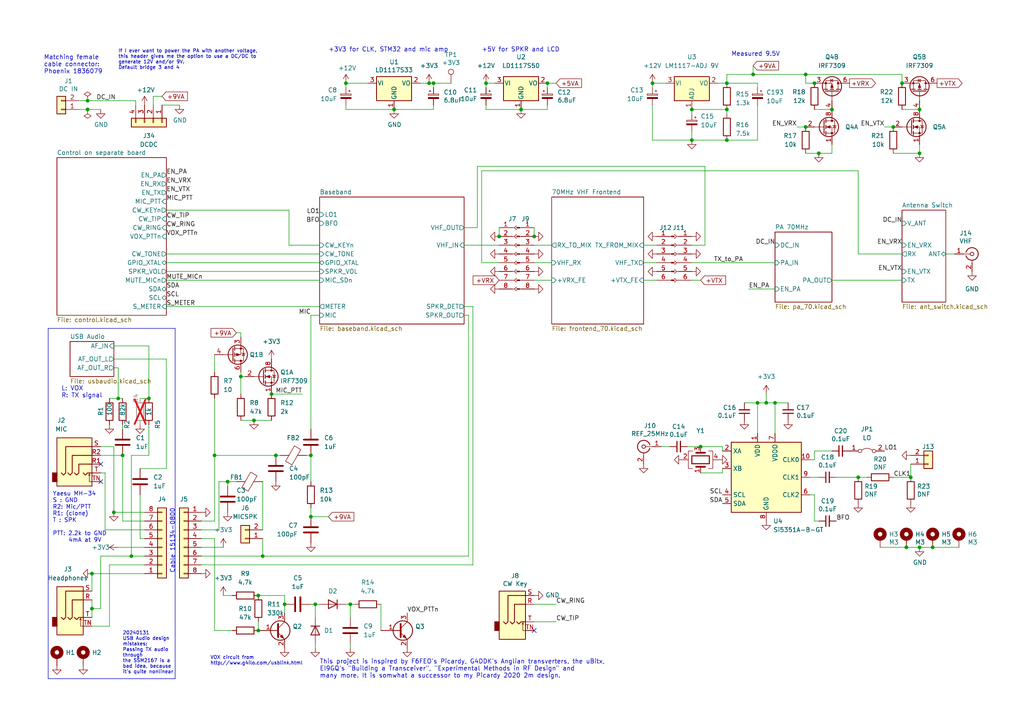
<source format=kicad_sch>
(kicad_sch (version 20230121) (generator eeschema)

  (uuid 7c83c304-769a-4be4-890e-297aba22b5b9)

  (paper "A4")

  (title_block
    (title "DART-70 TRX")
    (date "2024-01-31")
    (rev "1")
    (company "HB9EGM")
    (comment 1 "A 4m Band SSB/CW Transceiver")
  )

  

  (junction (at 222.25 116.84) (diameter 0) (color 0 0 0 0)
    (uuid 03889bb0-530a-4f17-942f-47bdd8c2143b)
  )
  (junction (at 74.93 182.88) (diameter 0) (color 0 0 0 0)
    (uuid 05f1488f-b95d-4647-953a-d2ec7eee61e9)
  )
  (junction (at 210.82 40.64) (diameter 0) (color 0 0 0 0)
    (uuid 0825c0b8-e0c4-4479-8fb1-a4c998fa9e5d)
  )
  (junction (at 236.22 24.13) (diameter 0) (color 0 0 0 0)
    (uuid 0d713598-e0d7-4b64-806d-d27b5ae84128)
  )
  (junction (at 101.6 175.26) (diameter 0) (color 0 0 0 0)
    (uuid 0efaee8b-abcf-47a1-94ab-452bdfc4d10d)
  )
  (junction (at 248.92 138.43) (diameter 0) (color 0 0 0 0)
    (uuid 11ea7b85-b26d-4a7d-aaed-956352284452)
  )
  (junction (at 266.7 158.75) (diameter 0) (color 0 0 0 0)
    (uuid 130d74aa-cfde-4c45-8bfe-183aacd4590f)
  )
  (junction (at 266.7 44.45) (diameter 0) (color 0 0 0 0)
    (uuid 1379c036-b3e0-455b-b639-0f5dd015d03b)
  )
  (junction (at 210.82 24.13) (diameter 0) (color 0 0 0 0)
    (uuid 13b9a948-b29a-4475-8f42-f20ed3ed1c6a)
  )
  (junction (at 125.73 24.13) (diameter 0) (color 0 0 0 0)
    (uuid 1c29ab88-8089-4a9f-b0ec-e0493fb70d1a)
  )
  (junction (at 38.1 161.29) (diameter 0) (color 0 0 0 0)
    (uuid 2002fb77-6ce7-45e9-a078-9e559a07f8f6)
  )
  (junction (at 33.02 148.59) (diameter 0) (color 0 0 0 0)
    (uuid 20373015-10c5-40b5-a9be-5b6825114311)
  )
  (junction (at 233.68 36.83) (diameter 0) (color 0 0 0 0)
    (uuid 2c691037-8de1-4537-a0ef-41ed59613839)
  )
  (junction (at 200.66 31.75) (diameter 0) (color 0 0 0 0)
    (uuid 398ec90b-61af-4d36-9539-63397d126e21)
  )
  (junction (at 154.94 68.58) (diameter 0) (color 0 0 0 0)
    (uuid 3f2e667c-7f64-4e6d-b9b3-bdcde11173db)
  )
  (junction (at 62.23 132.08) (diameter 0) (color 0 0 0 0)
    (uuid 3faced87-a683-4722-a968-6c8f858b2a89)
  )
  (junction (at 210.82 31.75) (diameter 0) (color 0 0 0 0)
    (uuid 4242ccf2-3c4d-4a22-8247-2311c54121ff)
  )
  (junction (at 233.68 21.59) (diameter 0) (color 0 0 0 0)
    (uuid 4750ee37-26c3-426a-a03a-0a50ee4de791)
  )
  (junction (at 262.89 158.75) (diameter 0) (color 0 0 0 0)
    (uuid 48d3528f-d200-4dbf-87c6-2835721afb0e)
  )
  (junction (at 144.78 68.58) (diameter 0) (color 0 0 0 0)
    (uuid 49feb31b-fe70-4f82-99f6-3dbf467a2edc)
  )
  (junction (at 100.33 24.13) (diameter 0) (color 0 0 0 0)
    (uuid 547281cc-eb15-43de-9560-1b10e39a19ed)
  )
  (junction (at 91.44 175.26) (diameter 0) (color 0 0 0 0)
    (uuid 54fc4616-1350-49bf-925e-695b28bb395e)
  )
  (junction (at 241.3 31.75) (diameter 0) (color 0 0 0 0)
    (uuid 5591956a-807b-4208-83a4-6327422e118a)
  )
  (junction (at 26.67 176.53) (diameter 0) (color 0 0 0 0)
    (uuid 6b9394bd-5e58-42ea-a9a4-f58e854aea5c)
  )
  (junction (at 224.79 116.84) (diameter 0) (color 0 0 0 0)
    (uuid 7e67c67f-3a1d-491c-a9ea-d2c0b71576e9)
  )
  (junction (at 69.85 109.22) (diameter 0) (color 0 0 0 0)
    (uuid 8f8b4db5-ccfd-4760-89f5-ba5b4218d486)
  )
  (junction (at 259.08 36.83) (diameter 0) (color 0 0 0 0)
    (uuid 906f16af-3f1b-4545-bda0-18ebce89ce96)
  )
  (junction (at 140.97 24.13) (diameter 0) (color 0 0 0 0)
    (uuid 91bb5e66-90e9-4aff-b233-5b8d53e4ad1c)
  )
  (junction (at 124.46 24.13) (diameter 0) (color 0 0 0 0)
    (uuid 94eb2c38-e244-489c-ba32-44729ff54deb)
  )
  (junction (at 26.67 166.37) (diameter 0) (color 0 0 0 0)
    (uuid 9fb2ca3c-8612-4c01-a40b-6e7e5895a1a0)
  )
  (junction (at 189.23 24.13) (diameter 0) (color 0 0 0 0)
    (uuid a01cdcc4-8ed1-4b36-8702-1b68481a60d9)
  )
  (junction (at 200.66 40.64) (diameter 0) (color 0 0 0 0)
    (uuid a13e5fb2-5800-4421-9e39-63277f01a71d)
  )
  (junction (at 264.16 138.43) (diameter 0) (color 0 0 0 0)
    (uuid a9fed849-c0d2-45ff-802c-7da3e4c52c0a)
  )
  (junction (at 78.74 114.3) (diameter 0) (color 0 0 0 0)
    (uuid aad4a030-3461-4b1e-9322-ba1ad3ac5597)
  )
  (junction (at 25.4 29.21) (diameter 0) (color 0 0 0 0)
    (uuid adc5f7d1-bf98-4196-9716-012c4f4b6a0a)
  )
  (junction (at 114.3 31.75) (diameter 0) (color 0 0 0 0)
    (uuid b0c265f7-c716-45d5-8397-630db4d2cf65)
  )
  (junction (at 218.44 21.59) (diameter 0) (color 0 0 0 0)
    (uuid b48c282b-d280-4718-bf3a-caf683cb767c)
  )
  (junction (at 82.55 175.26) (diameter 0) (color 0 0 0 0)
    (uuid c004f84b-d700-424b-b84c-a145b0082928)
  )
  (junction (at 35.56 132.08) (diameter 0) (color 0 0 0 0)
    (uuid c1ab7d65-d6a4-4014-80e6-4813d19456de)
  )
  (junction (at 74.93 172.72) (diameter 0) (color 0 0 0 0)
    (uuid c53356f3-b76d-4e9b-819d-f464046dcdf2)
  )
  (junction (at 34.29 115.57) (diameter 0) (color 0 0 0 0)
    (uuid cfd0ce93-955b-4a4c-b9df-adb69c4364b8)
  )
  (junction (at 237.49 44.45) (diameter 0) (color 0 0 0 0)
    (uuid d26d0a63-c69d-4774-9fba-12ed686b99f6)
  )
  (junction (at 73.66 121.92) (diameter 0) (color 0 0 0 0)
    (uuid d44ecef8-311a-4d38-9013-95c8299ff6b2)
  )
  (junction (at 270.51 158.75) (diameter 0) (color 0 0 0 0)
    (uuid d4b4dbc7-e763-47b2-a6cb-b5c021db8bcc)
  )
  (junction (at 66.04 139.7) (diameter 0) (color 0 0 0 0)
    (uuid d4c3f5bf-47cb-4030-92b0-bec21d62f389)
  )
  (junction (at 25.4 31.75) (diameter 0) (color 0 0 0 0)
    (uuid d4fc8b6d-311c-464d-9e39-e6d9dd34ed03)
  )
  (junction (at 261.62 24.13) (diameter 0) (color 0 0 0 0)
    (uuid d531b677-92b2-4589-8265-ffb9f0a9f471)
  )
  (junction (at 80.01 132.08) (diameter 0) (color 0 0 0 0)
    (uuid d7ecc3d2-2b6e-4e36-92b9-1b58fb257359)
  )
  (junction (at 90.17 132.08) (diameter 0) (color 0 0 0 0)
    (uuid d9abc64c-b691-4ece-b128-4f1d7b31754f)
  )
  (junction (at 43.18 115.57) (diameter 0) (color 0 0 0 0)
    (uuid e9342213-9707-4d1c-a69f-a3da6fb99c7a)
  )
  (junction (at 158.75 24.13) (diameter 0) (color 0 0 0 0)
    (uuid eb69835d-9be6-45e6-b58c-d2902ddb8fb1)
  )
  (junction (at 266.7 31.75) (diameter 0) (color 0 0 0 0)
    (uuid eeabe6f1-2db7-4eed-bd0c-6e41b390284d)
  )
  (junction (at 90.17 149.86) (diameter 0) (color 0 0 0 0)
    (uuid ef105c45-a454-45c2-badb-d87d915177ef)
  )
  (junction (at 76.2 161.29) (diameter 0) (color 0 0 0 0)
    (uuid f4c650b7-943a-4c93-b622-c1362c969577)
  )
  (junction (at 219.71 116.84) (diameter 0) (color 0 0 0 0)
    (uuid f747ec33-420b-45bc-9778-b4604b083211)
  )
  (junction (at 151.13 31.75) (diameter 0) (color 0 0 0 0)
    (uuid f74be2ca-c140-4c85-937a-a008e4f4ddb7)
  )
  (junction (at 203.2 129.54) (diameter 0) (color 0 0 0 0)
    (uuid f8c9e2c3-818f-482b-ad48-f9fb56a455b0)
  )

  (no_connect (at 29.21 139.7) (uuid 891b06d0-7775-40c2-8d16-5452402b91d5))
  (no_connect (at 154.94 182.88) (uuid 9e56fb84-5b0b-47eb-9ee7-e24e7c08829b))
  (no_connect (at 29.21 134.62) (uuid b2135387-8c57-44ac-8ab3-29b54b43f871))

  (wire (pts (xy 25.4 31.75) (xy 29.21 31.75))
    (stroke (width 0) (type default))
    (uuid 002154dd-fd21-426e-8f51-d82382197384)
  )
  (wire (pts (xy 144.78 66.04) (xy 144.78 68.58))
    (stroke (width 0) (type default))
    (uuid 002bee17-761d-4946-b10f-f0b42371b19d)
  )
  (wire (pts (xy 90.17 132.08) (xy 90.17 139.7))
    (stroke (width 0) (type default))
    (uuid 008a59ee-36fb-4f36-a8b0-5cc99b1e8598)
  )
  (wire (pts (xy 248.92 73.66) (xy 261.62 73.66))
    (stroke (width 0) (type default))
    (uuid 0116339a-5f0d-4745-a575-44652fb7d9b0)
  )
  (wire (pts (xy 110.49 175.26) (xy 110.49 182.88))
    (stroke (width 0) (type default))
    (uuid 025ac572-24f4-4397-b69b-bade669b4c40)
  )
  (wire (pts (xy 83.82 71.12) (xy 83.82 60.96))
    (stroke (width 0) (type default))
    (uuid 04508b78-b957-4886-b3fa-3d951fb6452d)
  )
  (wire (pts (xy 236.22 133.35) (xy 234.95 133.35))
    (stroke (width 0) (type default))
    (uuid 05f6334e-7131-4999-b788-1681af60d6df)
  )
  (wire (pts (xy 218.44 21.59) (xy 210.82 21.59))
    (stroke (width 0) (type default))
    (uuid 09d1af20-c357-48ec-a10f-915c880f15b6)
  )
  (wire (pts (xy 158.75 24.13) (xy 158.75 25.4))
    (stroke (width 0) (type default))
    (uuid 09fbb099-19ff-4c9e-b717-ff9eedac992b)
  )
  (wire (pts (xy 140.97 30.48) (xy 140.97 31.75))
    (stroke (width 0) (type default))
    (uuid 0a3a19af-7bfa-4df3-9b73-b98420c4a518)
  )
  (wire (pts (xy 262.89 158.75) (xy 266.7 158.75))
    (stroke (width 0) (type default))
    (uuid 0aad0e8d-0747-412b-85ac-039bbac4ff5e)
  )
  (wire (pts (xy 266.7 41.91) (xy 266.7 44.45))
    (stroke (width 0) (type default))
    (uuid 0b3a2a48-0270-494e-962a-3658a00a0875)
  )
  (wire (pts (xy 210.82 40.64) (xy 219.71 40.64))
    (stroke (width 0) (type default))
    (uuid 0c482dd3-3e6b-43f0-ac7a-1fc8dfa69822)
  )
  (wire (pts (xy 222.25 116.84) (xy 224.79 116.84))
    (stroke (width 0) (type default))
    (uuid 0dd7a947-881a-4477-b1f8-b88536ca8809)
  )
  (wire (pts (xy 34.29 106.68) (xy 34.29 115.57))
    (stroke (width 0) (type default))
    (uuid 11438643-bdb5-4bc3-97cb-5cea25341657)
  )
  (wire (pts (xy 100.33 24.13) (xy 100.33 25.4))
    (stroke (width 0) (type default))
    (uuid 11b5652b-07d3-428f-98d5-c354cf3693b1)
  )
  (wire (pts (xy 140.97 31.75) (xy 151.13 31.75))
    (stroke (width 0) (type default))
    (uuid 160e3a4c-588b-4e79-ac75-f98bf80b7e0b)
  )
  (wire (pts (xy 22.86 31.75) (xy 25.4 31.75))
    (stroke (width 0) (type default))
    (uuid 174d3312-33d6-4bed-98f6-7ee988ce0253)
  )
  (wire (pts (xy 210.82 31.75) (xy 210.82 33.02))
    (stroke (width 0) (type default))
    (uuid 17fc291b-23f9-4de7-9168-978b13dcd03c)
  )
  (wire (pts (xy 63.5 153.67) (xy 63.5 139.7))
    (stroke (width 0) (type default))
    (uuid 1869a25a-7405-4101-9da6-55f7c1e87e39)
  )
  (wire (pts (xy 26.67 166.37) (xy 41.91 166.37))
    (stroke (width 0) (type default))
    (uuid 1bcf4a11-4c4f-42b8-9e84-ad79d97ffe8f)
  )
  (wire (pts (xy 69.85 96.52) (xy 68.58 96.52))
    (stroke (width 0) (type default))
    (uuid 1c42fb18-8951-420c-93b3-b390805a99ab)
  )
  (wire (pts (xy 76.2 156.21) (xy 76.2 161.29))
    (stroke (width 0) (type default))
    (uuid 1c9f0aaa-a7f3-4c99-ac2e-10f6713b49b4)
  )
  (wire (pts (xy 74.93 172.72) (xy 82.55 172.72))
    (stroke (width 0) (type default))
    (uuid 1d4132f7-1f35-449b-a4a4-451bd4dc48ab)
  )
  (wire (pts (xy 41.91 148.59) (xy 33.02 148.59))
    (stroke (width 0) (type default))
    (uuid 216cd782-5819-4b5e-931f-7587d15e2161)
  )
  (wire (pts (xy 82.55 177.8) (xy 82.55 175.26))
    (stroke (width 0) (type default))
    (uuid 219438ca-bd57-4fea-aeb4-810d77461a18)
  )
  (wire (pts (xy 193.04 24.13) (xy 189.23 24.13))
    (stroke (width 0) (type default))
    (uuid 2199bdfc-0462-4363-af5e-16d8e19d600a)
  )
  (polyline (pts (xy 13.97 95.25) (xy 50.8 95.25))
    (stroke (width 0) (type default))
    (uuid 246d8c70-0329-4f4d-9351-49df120458af)
  )

  (wire (pts (xy 73.66 121.92) (xy 78.74 121.92))
    (stroke (width 0) (type default))
    (uuid 25eb4e9a-a9bc-41d9-ba86-5c87b9db25c8)
  )
  (wire (pts (xy 100.33 24.13) (xy 106.68 24.13))
    (stroke (width 0) (type default))
    (uuid 28eca374-9b5c-4480-a1a6-52ddcbb57db2)
  )
  (wire (pts (xy 40.64 115.57) (xy 43.18 115.57))
    (stroke (width 0) (type default))
    (uuid 2a3464a0-2ccd-434c-8817-4d7a2f14c67a)
  )
  (wire (pts (xy 234.95 138.43) (xy 237.49 138.43))
    (stroke (width 0) (type default))
    (uuid 2a86319a-5a94-4745-ad80-6b5c02f72e82)
  )
  (wire (pts (xy 43.18 100.33) (xy 33.02 100.33))
    (stroke (width 0) (type default))
    (uuid 2da3100d-2e28-4a7b-925a-cb4dad81d852)
  )
  (wire (pts (xy 158.75 24.13) (xy 161.29 24.13))
    (stroke (width 0) (type default))
    (uuid 2ea38bc3-7d3b-428e-a271-404ee98e752b)
  )
  (wire (pts (xy 135.89 91.44) (xy 135.89 161.29))
    (stroke (width 0) (type default))
    (uuid 2f9b686c-0a8f-432b-9e90-c788e62691c6)
  )
  (wire (pts (xy 200.66 40.64) (xy 210.82 40.64))
    (stroke (width 0) (type default))
    (uuid 33f01d9a-6abc-40a9-9b6b-d34bddbf731f)
  )
  (wire (pts (xy 256.54 36.83) (xy 259.08 36.83))
    (stroke (width 0) (type default))
    (uuid 345987da-5aa5-4c5e-90e1-ddf0086ed5fb)
  )
  (wire (pts (xy 58.42 161.29) (xy 76.2 161.29))
    (stroke (width 0) (type default))
    (uuid 361f9eaf-2e29-4825-b35a-439064c6d2db)
  )
  (wire (pts (xy 91.44 175.26) (xy 92.71 175.26))
    (stroke (width 0) (type default))
    (uuid 36854e14-46fb-4279-bf79-0322ad1da42a)
  )
  (wire (pts (xy 62.23 102.87) (xy 62.23 107.95))
    (stroke (width 0) (type default))
    (uuid 3729b657-384d-440e-9b38-b75590f72741)
  )
  (wire (pts (xy 139.7 76.2) (xy 144.78 76.2))
    (stroke (width 0) (type default))
    (uuid 3a4811bf-b539-4978-b0d8-fe47f179161b)
  )
  (wire (pts (xy 67.31 172.72) (xy 64.77 172.72))
    (stroke (width 0) (type default))
    (uuid 3cddbb36-7343-44a2-9871-f6b2e73f7d17)
  )
  (wire (pts (xy 134.62 66.04) (xy 138.43 66.04))
    (stroke (width 0) (type default))
    (uuid 3ee41aac-558c-43a3-a816-e31001ae8352)
  )
  (wire (pts (xy 48.26 76.2) (xy 92.71 76.2))
    (stroke (width 0) (type default))
    (uuid 3eeccf02-360d-4377-89f3-2458946d5853)
  )
  (wire (pts (xy 62.23 156.21) (xy 62.23 182.88))
    (stroke (width 0) (type default))
    (uuid 401f2d1f-acc6-4e14-9963-49ecb3bd4627)
  )
  (wire (pts (xy 158.75 31.75) (xy 151.13 31.75))
    (stroke (width 0) (type default))
    (uuid 443127ca-ab31-4ac0-90cc-723625487807)
  )
  (wire (pts (xy 208.28 24.13) (xy 210.82 24.13))
    (stroke (width 0) (type default))
    (uuid 4435e8ff-b63e-4b32-81db-49caa0dd6c5f)
  )
  (wire (pts (xy 39.37 29.21) (xy 39.37 30.48))
    (stroke (width 0) (type default))
    (uuid 44c45697-09d8-4a17-b585-e296e1d04ddd)
  )
  (wire (pts (xy 69.85 107.95) (xy 69.85 109.22))
    (stroke (width 0) (type default))
    (uuid 469d1dea-56e9-4051-acba-b2ec5e9a2c33)
  )
  (wire (pts (xy 58.42 158.75) (xy 64.77 158.75))
    (stroke (width 0) (type default))
    (uuid 48a3ede4-2797-4e66-9278-9cd056144dbb)
  )
  (wire (pts (xy 62.23 115.57) (xy 62.23 132.08))
    (stroke (width 0) (type default))
    (uuid 496b1a5f-d49c-4515-8e6b-7fb584585bdd)
  )
  (polyline (pts (xy 50.8 95.25) (xy 50.8 196.85))
    (stroke (width 0) (type default))
    (uuid 4b105a5f-5ed5-49ae-8bb9-f1d8c5566b50)
  )

  (wire (pts (xy 210.82 21.59) (xy 210.82 24.13))
    (stroke (width 0) (type default))
    (uuid 4c57c394-f97c-4a0b-80d4-0b5157781c3b)
  )
  (wire (pts (xy 76.2 161.29) (xy 135.89 161.29))
    (stroke (width 0) (type default))
    (uuid 4d2c10b1-9329-409f-bc4d-94aebd58963e)
  )
  (wire (pts (xy 261.62 31.75) (xy 266.7 31.75))
    (stroke (width 0) (type default))
    (uuid 4d5acc98-17ff-4e60-af52-349a1269dddf)
  )
  (wire (pts (xy 139.7 49.53) (xy 139.7 76.2))
    (stroke (width 0) (type default))
    (uuid 4ecfe5c5-d7fc-4d05-be28-1ed42c507ec3)
  )
  (wire (pts (xy 219.71 116.84) (xy 222.25 116.84))
    (stroke (width 0) (type default))
    (uuid 5130484e-13a2-434f-935d-3be30d7a93c9)
  )
  (wire (pts (xy 52.07 30.48) (xy 46.99 30.48))
    (stroke (width 0) (type default))
    (uuid 52a4c7cc-f68a-4440-9f6c-bb0a81b342d0)
  )
  (wire (pts (xy 154.94 81.28) (xy 160.02 81.28))
    (stroke (width 0) (type default))
    (uuid 52d9d6dd-4266-418b-bf9a-446977053e6f)
  )
  (wire (pts (xy 29.21 161.29) (xy 29.21 176.53))
    (stroke (width 0) (type default))
    (uuid 53bb37bd-6ad6-430f-b5e5-21e40448d528)
  )
  (wire (pts (xy 29.21 176.53) (xy 26.67 176.53))
    (stroke (width 0) (type default))
    (uuid 568b5dd5-7629-4c3d-9388-eaa54c2762b1)
  )
  (wire (pts (xy 255.27 158.75) (xy 262.89 158.75))
    (stroke (width 0) (type default))
    (uuid 579d81c4-8fa6-40d5-b99a-d160787b45b9)
  )
  (wire (pts (xy 58.42 163.83) (xy 137.16 163.83))
    (stroke (width 0) (type default))
    (uuid 57be2951-306e-483f-b29a-c5289beae3a0)
  )
  (wire (pts (xy 58.42 153.67) (xy 63.5 153.67))
    (stroke (width 0) (type default))
    (uuid 58e4fb93-6235-473b-af92-bf79be065bda)
  )
  (wire (pts (xy 204.47 48.26) (xy 204.47 71.12))
    (stroke (width 0) (type default))
    (uuid 5a05460d-15bc-4058-86e6-a6bff5598db7)
  )
  (wire (pts (xy 218.44 19.05) (xy 218.44 21.59))
    (stroke (width 0) (type default))
    (uuid 5afca071-0542-406b-83f5-f8ed30e05c4c)
  )
  (wire (pts (xy 138.43 48.26) (xy 204.47 48.26))
    (stroke (width 0) (type default))
    (uuid 5c0ae8f2-fb0b-4cbf-bd78-f6131c18140d)
  )
  (wire (pts (xy 134.62 91.44) (xy 135.89 91.44))
    (stroke (width 0) (type default))
    (uuid 5c0d735a-ca1c-4202-8faf-02e515d1181f)
  )
  (wire (pts (xy 261.62 21.59) (xy 233.68 21.59))
    (stroke (width 0) (type default))
    (uuid 5ea05504-bb96-4847-90cf-26cb1afd4244)
  )
  (wire (pts (xy 91.44 175.26) (xy 91.44 179.07))
    (stroke (width 0) (type default))
    (uuid 5ed02c6b-f3b8-4641-86b2-3c4cac92a5b4)
  )
  (wire (pts (xy 101.6 186.69) (xy 101.6 187.96))
    (stroke (width 0) (type default))
    (uuid 5ed5b405-912e-49a2-adbb-ff35d95f4100)
  )
  (wire (pts (xy 76.2 139.7) (xy 76.2 153.67))
    (stroke (width 0) (type default))
    (uuid 601c5479-68c8-4d7c-bbde-860bd11a7597)
  )
  (wire (pts (xy 38.1 161.29) (xy 29.21 161.29))
    (stroke (width 0) (type default))
    (uuid 6062b414-90cb-4cef-839a-25d90087f1b4)
  )
  (wire (pts (xy 38.1 132.08) (xy 43.18 132.08))
    (stroke (width 0) (type default))
    (uuid 60d27bb0-faad-48a9-89c1-b059b592a640)
  )
  (wire (pts (xy 35.56 151.13) (xy 41.91 151.13))
    (stroke (width 0) (type default))
    (uuid 6123b0cd-d677-4963-a353-8d6b35692422)
  )
  (polyline (pts (xy 50.8 196.85) (xy 13.97 196.85))
    (stroke (width 0) (type default))
    (uuid 6188cf07-9c8d-498a-9db9-9718888dfe39)
  )

  (wire (pts (xy 124.46 24.13) (xy 125.73 24.13))
    (stroke (width 0) (type default))
    (uuid 63da3512-bd51-489d-833d-20bce6d76019)
  )
  (wire (pts (xy 241.3 130.81) (xy 236.22 130.81))
    (stroke (width 0) (type default))
    (uuid 64e90390-0f4c-4cc1-bafa-363ce23516e9)
  )
  (wire (pts (xy 236.22 151.13) (xy 236.22 143.51))
    (stroke (width 0) (type default))
    (uuid 65dd0601-a23d-4c5d-b924-966fc498cbfc)
  )
  (wire (pts (xy 241.3 44.45) (xy 237.49 44.45))
    (stroke (width 0) (type default))
    (uuid 67fd7240-7a2e-4504-8c70-47b3112c634e)
  )
  (wire (pts (xy 26.67 166.37) (xy 26.67 171.45))
    (stroke (width 0) (type default))
    (uuid 696f862b-a951-463f-ad29-011c067090d6)
  )
  (wire (pts (xy 48.26 104.14) (xy 33.02 104.14))
    (stroke (width 0) (type default))
    (uuid 699ac08c-f9a3-4116-bed2-dc98ffb5b3a1)
  )
  (wire (pts (xy 236.22 143.51) (xy 234.95 143.51))
    (stroke (width 0) (type default))
    (uuid 699bee8c-8bc3-4aa6-b4ed-0aa4d255078a)
  )
  (wire (pts (xy 38.1 161.29) (xy 38.1 132.08))
    (stroke (width 0) (type default))
    (uuid 6ac2f4eb-9300-4682-9dca-8ec36d45a0ab)
  )
  (wire (pts (xy 224.79 116.84) (xy 224.79 125.73))
    (stroke (width 0) (type default))
    (uuid 6b09c60c-c53b-47dd-b8b8-94f682cd2086)
  )
  (wire (pts (xy 58.42 151.13) (xy 62.23 151.13))
    (stroke (width 0) (type default))
    (uuid 6cc72bfd-2651-4e90-af42-5d6cec3950c1)
  )
  (wire (pts (xy 154.94 66.04) (xy 154.94 68.58))
    (stroke (width 0) (type default))
    (uuid 6d63f93a-5c70-4c67-8eef-6977db41fdd0)
  )
  (wire (pts (xy 26.67 173.99) (xy 26.67 176.53))
    (stroke (width 0) (type default))
    (uuid 7019dafb-64b4-4e22-837e-9f37341a0157)
  )
  (wire (pts (xy 48.26 78.74) (xy 92.71 78.74))
    (stroke (width 0) (type default))
    (uuid 73062404-be1b-4744-bd1e-9e3d624b8fb3)
  )
  (wire (pts (xy 66.04 139.7) (xy 68.58 139.7))
    (stroke (width 0) (type default))
    (uuid 735e33ba-0601-4acb-983d-1656020ec14e)
  )
  (wire (pts (xy 140.97 24.13) (xy 140.97 25.4))
    (stroke (width 0) (type default))
    (uuid 7471700d-9a5d-406e-b9fc-bdeed49379fa)
  )
  (wire (pts (xy 25.4 29.21) (xy 39.37 29.21))
    (stroke (width 0) (type default))
    (uuid 74760d5b-303c-4603-ac2e-6b5209546581)
  )
  (polyline (pts (xy 13.97 95.25) (xy 13.97 196.85))
    (stroke (width 0) (type default))
    (uuid 74e37401-14d3-4e3c-84ed-7ddb4d75b44f)
  )

  (wire (pts (xy 29.21 129.54) (xy 33.02 129.54))
    (stroke (width 0) (type default))
    (uuid 754f923b-5aa7-4d87-b589-d53346af6023)
  )
  (wire (pts (xy 62.23 182.88) (xy 67.31 182.88))
    (stroke (width 0) (type default))
    (uuid 77cc857c-e045-46ac-921a-7b86818ca625)
  )
  (wire (pts (xy 35.56 115.57) (xy 34.29 115.57))
    (stroke (width 0) (type default))
    (uuid 77f72719-5749-425e-bce5-65a592ff824f)
  )
  (wire (pts (xy 154.94 76.2) (xy 160.02 76.2))
    (stroke (width 0) (type default))
    (uuid 7887f659-7796-4d20-b8ec-45fe37db4d3b)
  )
  (wire (pts (xy 22.86 29.21) (xy 25.4 29.21))
    (stroke (width 0) (type default))
    (uuid 79aced1b-30d4-4883-86bf-8a38d664736a)
  )
  (wire (pts (xy 134.62 71.12) (xy 144.78 71.12))
    (stroke (width 0) (type default))
    (uuid 7b959fed-4370-4448-9d17-fbc4f5703c60)
  )
  (wire (pts (xy 219.71 40.64) (xy 219.71 30.48))
    (stroke (width 0) (type default))
    (uuid 7b9fff27-50d5-4778-881f-13391377f614)
  )
  (wire (pts (xy 31.75 115.57) (xy 34.29 115.57))
    (stroke (width 0) (type default))
    (uuid 7c8f4fb6-d76c-4fd6-89a0-af30aa8d7cb9)
  )
  (wire (pts (xy 242.57 138.43) (xy 248.92 138.43))
    (stroke (width 0) (type default))
    (uuid 7d4200e5-e280-4699-af56-048ba84247d3)
  )
  (wire (pts (xy 81.28 132.08) (xy 80.01 132.08))
    (stroke (width 0) (type default))
    (uuid 7fcd6903-4017-464e-a708-1e51b67dd39f)
  )
  (wire (pts (xy 90.17 149.86) (xy 95.25 149.86))
    (stroke (width 0) (type default))
    (uuid 816e41e9-8ef8-4e70-a70f-02175bdc97c4)
  )
  (wire (pts (xy 237.49 44.45) (xy 233.68 44.45))
    (stroke (width 0) (type default))
    (uuid 86c60f4b-4421-4865-beff-ed93adca8ac2)
  )
  (wire (pts (xy 219.71 25.4) (xy 219.71 24.13))
    (stroke (width 0) (type default))
    (uuid 874bdd16-c1e7-4b71-b08a-e4608f6b28d8)
  )
  (wire (pts (xy 186.69 76.2) (xy 190.5 76.2))
    (stroke (width 0) (type default))
    (uuid 89f5cd17-8501-4243-bc98-0e8a1aab3a95)
  )
  (wire (pts (xy 69.85 109.22) (xy 69.85 114.3))
    (stroke (width 0) (type default))
    (uuid 8a096409-910f-4b78-890d-9e8768ba72ab)
  )
  (wire (pts (xy 44.45 27.94) (xy 44.45 30.48))
    (stroke (width 0) (type default))
    (uuid 8b0c727f-7724-442d-bf29-3f7bed24720e)
  )
  (wire (pts (xy 237.49 151.13) (xy 236.22 151.13))
    (stroke (width 0) (type default))
    (uuid 8e0abe23-8e7e-48a9-af11-f26197bd8fbf)
  )
  (wire (pts (xy 74.93 180.34) (xy 74.93 182.88))
    (stroke (width 0) (type default))
    (uuid 8f1ab95b-1867-4005-8242-092f60cbfea5)
  )
  (wire (pts (xy 189.23 30.48) (xy 189.23 40.64))
    (stroke (width 0) (type default))
    (uuid 8f5c2a3a-b2da-434e-8810-9da52a5e413a)
  )
  (wire (pts (xy 29.21 132.08) (xy 35.56 132.08))
    (stroke (width 0) (type default))
    (uuid 8fe92221-afec-47ce-a89d-2a3cf937d9a2)
  )
  (wire (pts (xy 35.56 123.19) (xy 35.56 124.46))
    (stroke (width 0) (type default))
    (uuid 900073c8-27f0-4864-bec9-14e524ac2d69)
  )
  (wire (pts (xy 134.62 88.9) (xy 137.16 88.9))
    (stroke (width 0) (type default))
    (uuid 906c4fbb-4fdd-48c5-aa07-85c56299e46a)
  )
  (wire (pts (xy 90.17 147.32) (xy 90.17 149.86))
    (stroke (width 0) (type default))
    (uuid 91c438b1-678d-4a85-be0e-771bfbc58931)
  )
  (wire (pts (xy 236.22 31.75) (xy 241.3 31.75))
    (stroke (width 0) (type default))
    (uuid 92dfb53a-5556-47b1-8088-214aebbc803d)
  )
  (wire (pts (xy 92.71 91.44) (xy 90.17 91.44))
    (stroke (width 0) (type default))
    (uuid 935427ba-97bd-4319-b38c-51b473619c8a)
  )
  (wire (pts (xy 219.71 24.13) (xy 210.82 24.13))
    (stroke (width 0) (type default))
    (uuid 96427f0b-ba44-4812-9f6d-dda1b1744f8a)
  )
  (wire (pts (xy 158.75 30.48) (xy 158.75 31.75))
    (stroke (width 0) (type default))
    (uuid 96e30a9c-78b6-4d1a-bc72-6cbdc7743876)
  )
  (wire (pts (xy 90.17 91.44) (xy 90.17 124.46))
    (stroke (width 0) (type default))
    (uuid 9792cf44-3261-4d9f-8ae0-31fdeec0dc70)
  )
  (wire (pts (xy 48.26 104.14) (xy 48.26 135.89))
    (stroke (width 0) (type default))
    (uuid 97d2bbd2-62fb-416d-98c5-fe5f0ab9820d)
  )
  (wire (pts (xy 35.56 151.13) (xy 35.56 132.08))
    (stroke (width 0) (type default))
    (uuid 98ea83ac-41c6-4b7d-be63-41372bbd6e24)
  )
  (wire (pts (xy 100.33 30.48) (xy 100.33 31.75))
    (stroke (width 0) (type default))
    (uuid 99f8394d-1325-4f0e-9ed0-19dceab6e1f9)
  )
  (wire (pts (xy 62.23 132.08) (xy 80.01 132.08))
    (stroke (width 0) (type default))
    (uuid 9c3d736f-f850-40b5-83bf-bf71ce2d8e7c)
  )
  (wire (pts (xy 186.69 71.12) (xy 190.5 71.12))
    (stroke (width 0) (type default))
    (uuid 9d00ede8-7480-44d8-b21e-d16dd17b75ac)
  )
  (wire (pts (xy 228.6 116.84) (xy 224.79 116.84))
    (stroke (width 0) (type default))
    (uuid 9d3a7a2b-8bae-4d82-8634-16a99f57e389)
  )
  (wire (pts (xy 33.02 129.54) (xy 33.02 148.59))
    (stroke (width 0) (type default))
    (uuid 9d5b6cd8-17f0-45de-b87b-5c8a0bd4db14)
  )
  (wire (pts (xy 231.14 36.83) (xy 233.68 36.83))
    (stroke (width 0) (type default))
    (uuid a057c374-c462-4764-bd16-2c00eef92afa)
  )
  (wire (pts (xy 48.26 81.28) (xy 92.71 81.28))
    (stroke (width 0) (type default))
    (uuid a1864b64-1865-4240-b098-5056fb759def)
  )
  (wire (pts (xy 154.94 175.26) (xy 161.29 175.26))
    (stroke (width 0) (type default))
    (uuid a1abde39-78d5-402d-bb1c-75243c61d29b)
  )
  (wire (pts (xy 222.25 114.3) (xy 222.25 116.84))
    (stroke (width 0) (type default))
    (uuid a39008b0-0dd6-44dc-b176-ab03b6874ae7)
  )
  (wire (pts (xy 274.32 73.66) (xy 276.86 73.66))
    (stroke (width 0) (type default))
    (uuid a43beeeb-0d60-44c9-bc6b-40c9e75459e8)
  )
  (wire (pts (xy 44.45 27.94) (xy 46.99 27.94))
    (stroke (width 0) (type default))
    (uuid a4b2f218-d493-4485-aa00-0dc37f00d501)
  )
  (wire (pts (xy 34.29 106.68) (xy 33.02 106.68))
    (stroke (width 0) (type default))
    (uuid a4b3b03c-531f-4aa0-9daa-5345dfa6fc41)
  )
  (wire (pts (xy 88.9 132.08) (xy 90.17 132.08))
    (stroke (width 0) (type default))
    (uuid a5f4f26e-4b82-496f-b7bb-4ed4211f8100)
  )
  (wire (pts (xy 100.33 31.75) (xy 114.3 31.75))
    (stroke (width 0) (type default))
    (uuid a69bb6f5-978b-49bb-9446-4ec9cfe4501e)
  )
  (wire (pts (xy 82.55 175.26) (xy 82.55 172.72))
    (stroke (width 0) (type default))
    (uuid a6baa060-c82d-461a-96f5-4f21d73265a4)
  )
  (wire (pts (xy 261.62 21.59) (xy 261.62 24.13))
    (stroke (width 0) (type default))
    (uuid a7349b87-3477-4ba5-bc62-3587f94ab817)
  )
  (wire (pts (xy 66.04 140.97) (xy 66.04 139.7))
    (stroke (width 0) (type default))
    (uuid a8d341ec-3332-4d82-8a1f-e52e32f564f1)
  )
  (wire (pts (xy 63.5 139.7) (xy 66.04 139.7))
    (stroke (width 0) (type default))
    (uuid a9276ad3-2500-44c6-895a-e842a0033021)
  )
  (wire (pts (xy 40.64 143.51) (xy 40.64 156.21))
    (stroke (width 0) (type default))
    (uuid a97e4f3d-f371-47f1-8ee9-cbe61c23c759)
  )
  (wire (pts (xy 30.48 153.67) (xy 30.48 137.16))
    (stroke (width 0) (type default))
    (uuid a99a526a-0727-4d5d-b793-47c299fd72ba)
  )
  (wire (pts (xy 69.85 97.79) (xy 69.85 96.52))
    (stroke (width 0) (type default))
    (uuid ab033de2-6886-4e4c-b9c3-21d6481b406d)
  )
  (wire (pts (xy 138.43 66.04) (xy 138.43 48.26))
    (stroke (width 0) (type default))
    (uuid ad195d4d-ed76-4a26-ac30-01da417bd64b)
  )
  (wire (pts (xy 69.85 109.22) (xy 71.12 109.22))
    (stroke (width 0) (type default))
    (uuid ad4538db-3731-4206-9c84-06101425be48)
  )
  (wire (pts (xy 233.68 21.59) (xy 218.44 21.59))
    (stroke (width 0) (type default))
    (uuid ad76707e-1f2e-4941-86a0-50951acd24bc)
  )
  (wire (pts (xy 91.44 186.69) (xy 91.44 187.96))
    (stroke (width 0) (type default))
    (uuid add05f6f-edf6-4631-b6b3-35897f9e8c7b)
  )
  (wire (pts (xy 189.23 40.64) (xy 200.66 40.64))
    (stroke (width 0) (type default))
    (uuid aed0a299-8aa6-4a50-b993-c38efe5fdd7a)
  )
  (wire (pts (xy 217.17 83.82) (xy 224.79 83.82))
    (stroke (width 0) (type default))
    (uuid b056317e-32ca-4f2d-b310-fc1492cc5060)
  )
  (wire (pts (xy 43.18 100.33) (xy 43.18 115.57))
    (stroke (width 0) (type default))
    (uuid b0cf214e-d0ed-484b-ba79-187612ebeeb9)
  )
  (wire (pts (xy 90.17 175.26) (xy 91.44 175.26))
    (stroke (width 0) (type default))
    (uuid b1a62f88-404d-483f-bb63-16c8188b4f3a)
  )
  (wire (pts (xy 189.23 24.13) (xy 189.23 25.4))
    (stroke (width 0) (type default))
    (uuid b1ea2466-2371-4b96-9289-6c42e0f0b899)
  )
  (wire (pts (xy 62.23 151.13) (xy 62.23 132.08))
    (stroke (width 0) (type default))
    (uuid b32653e4-7801-40ea-b61b-f0311c01d3b4)
  )
  (wire (pts (xy 266.7 44.45) (xy 259.08 44.45))
    (stroke (width 0) (type default))
    (uuid b5cbe891-dcdf-4951-8f0a-b2c28e4293cd)
  )
  (wire (pts (xy 58.42 156.21) (xy 62.23 156.21))
    (stroke (width 0) (type default))
    (uuid b66c197d-a987-4d64-bb63-7ddb1a72d7fd)
  )
  (wire (pts (xy 34.29 158.75) (xy 41.91 158.75))
    (stroke (width 0) (type default))
    (uuid ba048e1d-485f-4106-8eb8-8f2566ae855d)
  )
  (wire (pts (xy 101.6 175.26) (xy 102.87 175.26))
    (stroke (width 0) (type default))
    (uuid ba28163c-9ab2-44c5-b089-1433660941d6)
  )
  (wire (pts (xy 233.68 24.13) (xy 236.22 24.13))
    (stroke (width 0) (type default))
    (uuid bb78f99c-6783-4afe-a661-68817d4180ab)
  )
  (wire (pts (xy 236.22 130.81) (xy 236.22 133.35))
    (stroke (width 0) (type default))
    (uuid bcb20d96-4c0e-4c98-a263-0cdd41ab15e5)
  )
  (wire (pts (xy 200.66 38.1) (xy 200.66 40.64))
    (stroke (width 0) (type default))
    (uuid bda7a16e-b931-4d51-b769-ff5809beef5f)
  )
  (wire (pts (xy 48.26 60.96) (xy 83.82 60.96))
    (stroke (width 0) (type default))
    (uuid bfce1213-d511-4811-bc9d-beb994b8b9fe)
  )
  (wire (pts (xy 31.75 163.83) (xy 31.75 181.61))
    (stroke (width 0) (type default))
    (uuid c0738ee3-5ef6-48be-9a20-f10b8cdc3a6d)
  )
  (wire (pts (xy 41.91 161.29) (xy 38.1 161.29))
    (stroke (width 0) (type default))
    (uuid c12b5903-2f75-49c3-8332-69e02fb1aff7)
  )
  (wire (pts (xy 41.91 156.21) (xy 40.64 156.21))
    (stroke (width 0) (type default))
    (uuid c13eaffb-5c39-4e48-8c42-cc2bcee712b4)
  )
  (wire (pts (xy 219.71 116.84) (xy 219.71 125.73))
    (stroke (width 0) (type default))
    (uuid c24d03f2-5bff-4d74-88e5-481cd2f1e035)
  )
  (wire (pts (xy 264.16 138.43) (xy 264.16 134.62))
    (stroke (width 0) (type default))
    (uuid c48e879f-0b64-4f86-a8cf-003dbff29c4e)
  )
  (wire (pts (xy 248.92 49.53) (xy 248.92 73.66))
    (stroke (width 0) (type default))
    (uuid c4edda47-532d-4e95-9fc8-38bd0ed58dfb)
  )
  (wire (pts (xy 137.16 88.9) (xy 137.16 163.83))
    (stroke (width 0) (type default))
    (uuid c5747d63-7293-4c9e-a6a4-eaa0310e86ea)
  )
  (wire (pts (xy 186.69 81.28) (xy 190.5 81.28))
    (stroke (width 0) (type default))
    (uuid c64a6907-65ea-4d9f-8271-b12257b06b60)
  )
  (wire (pts (xy 251.46 138.43) (xy 248.92 138.43))
    (stroke (width 0) (type default))
    (uuid cbbfb5e5-7e85-4367-b6a7-9b21fc6d9e17)
  )
  (wire (pts (xy 139.7 49.53) (xy 248.92 49.53))
    (stroke (width 0) (type default))
    (uuid cbd19eae-411c-4ba9-9265-3a6ab1b93364)
  )
  (wire (pts (xy 203.2 137.16) (xy 209.55 137.16))
    (stroke (width 0) (type default))
    (uuid cc89f37d-2221-4ee8-a763-21432c733f93)
  )
  (wire (pts (xy 121.92 24.13) (xy 124.46 24.13))
    (stroke (width 0) (type default))
    (uuid cdc3b2bb-9f60-476c-ac94-bf550b6e7b5e)
  )
  (wire (pts (xy 241.3 41.91) (xy 241.3 44.45))
    (stroke (width 0) (type default))
    (uuid cdf8245b-2e03-441d-8536-8e14a3d0d2ff)
  )
  (wire (pts (xy 215.9 116.84) (xy 219.71 116.84))
    (stroke (width 0) (type default))
    (uuid ceb52c7a-a12c-449a-be98-109b3a3bd409)
  )
  (wire (pts (xy 41.91 163.83) (xy 31.75 163.83))
    (stroke (width 0) (type default))
    (uuid d1791382-8e9e-408d-8461-11f5ded4ad48)
  )
  (wire (pts (xy 203.2 81.28) (xy 200.66 81.28))
    (stroke (width 0) (type default))
    (uuid d3a84e57-57ed-4e86-bbef-110f27537e2d)
  )
  (wire (pts (xy 101.6 175.26) (xy 100.33 175.26))
    (stroke (width 0) (type default))
    (uuid d45f846b-c301-44d2-87d8-543fb71fc96f)
  )
  (wire (pts (xy 209.55 129.54) (xy 209.55 130.81))
    (stroke (width 0) (type default))
    (uuid d51dda35-7a1a-4d41-817a-7bb1f7f6ffd4)
  )
  (wire (pts (xy 125.73 24.13) (xy 130.81 24.13))
    (stroke (width 0) (type default))
    (uuid d525e71e-c2ed-4851-a87b-7438f67fb580)
  )
  (wire (pts (xy 266.7 158.75) (xy 270.51 158.75))
    (stroke (width 0) (type default))
    (uuid d5d26400-826e-40a5-a7b1-6a9ebbaedfb4)
  )
  (wire (pts (xy 204.47 71.12) (xy 200.66 71.12))
    (stroke (width 0) (type default))
    (uuid d6359d4b-1c12-4663-b116-45be3135a185)
  )
  (wire (pts (xy 241.3 81.28) (xy 261.62 81.28))
    (stroke (width 0) (type default))
    (uuid dd34928a-03c5-4a5d-a033-92155af70ac7)
  )
  (wire (pts (xy 140.97 24.13) (xy 143.51 24.13))
    (stroke (width 0) (type default))
    (uuid dd927172-6a9a-406f-a951-4e7f78cebb7b)
  )
  (wire (pts (xy 101.6 179.07) (xy 101.6 175.26))
    (stroke (width 0) (type default))
    (uuid df100a56-7392-493d-8b6e-86fc6143d01d)
  )
  (wire (pts (xy 270.51 158.75) (xy 278.13 158.75))
    (stroke (width 0) (type default))
    (uuid dfd58d9e-0c03-4a20-9983-0d32c26093d8)
  )
  (wire (pts (xy 29.21 137.16) (xy 30.48 137.16))
    (stroke (width 0) (type default))
    (uuid e0b9a722-e170-4302-a4fd-5e8753db7507)
  )
  (wire (pts (xy 26.67 176.53) (xy 26.67 179.07))
    (stroke (width 0) (type default))
    (uuid e13bdf92-8a8e-480a-979d-89eb54f62599)
  )
  (wire (pts (xy 30.48 153.67) (xy 41.91 153.67))
    (stroke (width 0) (type default))
    (uuid e14c95a1-54f8-45dd-a1c7-754772fa0aa1)
  )
  (wire (pts (xy 200.66 76.2) (xy 224.79 76.2))
    (stroke (width 0) (type default))
    (uuid e172e707-37ee-4eca-bafc-b341a9ceabaa)
  )
  (wire (pts (xy 48.26 88.9) (xy 92.71 88.9))
    (stroke (width 0) (type default))
    (uuid e1e720db-7dfc-41da-9ad4-b3768ff49c06)
  )
  (wire (pts (xy 114.3 31.75) (xy 125.73 31.75))
    (stroke (width 0) (type default))
    (uuid e264f0d9-6386-4838-a810-81df8032f681)
  )
  (wire (pts (xy 154.94 180.34) (xy 161.29 180.34))
    (stroke (width 0) (type default))
    (uuid e7ac32f0-5e71-4c65-ac6f-730f4731f5f7)
  )
  (wire (pts (xy 48.26 73.66) (xy 92.71 73.66))
    (stroke (width 0) (type default))
    (uuid e7fda734-bc52-4f7b-a47b-c1ec6d307d8f)
  )
  (wire (pts (xy 48.26 135.89) (xy 40.64 135.89))
    (stroke (width 0) (type default))
    (uuid e91dad84-d131-4d30-aeb9-ac5dff4b3633)
  )
  (wire (pts (xy 264.16 138.43) (xy 259.08 138.43))
    (stroke (width 0) (type default))
    (uuid ea6f4611-7eac-4b21-b232-fff65a738b95)
  )
  (wire (pts (xy 199.39 129.54) (xy 203.2 129.54))
    (stroke (width 0) (type default))
    (uuid ea97e745-2bac-4983-a78b-499e0f8d7b6d)
  )
  (wire (pts (xy 200.66 31.75) (xy 210.82 31.75))
    (stroke (width 0) (type default))
    (uuid eb9b3733-e4ec-4731-87f1-5f6fd8f11a68)
  )
  (wire (pts (xy 154.94 71.12) (xy 160.02 71.12))
    (stroke (width 0) (type default))
    (uuid ecfe8984-0282-4208-8f3d-aa8b3adb9dd8)
  )
  (wire (pts (xy 73.66 121.92) (xy 69.85 121.92))
    (stroke (width 0) (type default))
    (uuid f0e02b10-4b80-421d-bff9-70643e16b8eb)
  )
  (wire (pts (xy 83.82 71.12) (xy 92.71 71.12))
    (stroke (width 0) (type default))
    (uuid f22441fb-3978-4762-b6a3-6def4069e413)
  )
  (wire (pts (xy 194.31 129.54) (xy 191.77 129.54))
    (stroke (width 0) (type default))
    (uuid f38fd353-54b3-403a-9387-7ff36888e6a9)
  )
  (wire (pts (xy 203.2 129.54) (xy 209.55 129.54))
    (stroke (width 0) (type default))
    (uuid f7008c47-327e-4961-9c20-bbaf09b0d636)
  )
  (wire (pts (xy 209.55 137.16) (xy 209.55 135.89))
    (stroke (width 0) (type default))
    (uuid f841e691-04bf-4057-bcb4-476ba3910c05)
  )
  (wire (pts (xy 78.74 114.3) (xy 87.63 114.3))
    (stroke (width 0) (type default))
    (uuid fa65e259-7efa-4f51-bd0f-f4ac061edaac)
  )
  (wire (pts (xy 125.73 30.48) (xy 125.73 31.75))
    (stroke (width 0) (type default))
    (uuid fc244ca3-4412-44ac-b1f3-44d00d15b5ac)
  )
  (wire (pts (xy 200.66 31.75) (xy 200.66 33.02))
    (stroke (width 0) (type default))
    (uuid fc4a7459-1bb4-4226-8823-ec552cb8417e)
  )
  (wire (pts (xy 43.18 123.19) (xy 43.18 132.08))
    (stroke (width 0) (type default))
    (uuid fcd3e21a-290b-48f5-9d98-bf10da5f3f08)
  )
  (wire (pts (xy 233.68 21.59) (xy 233.68 24.13))
    (stroke (width 0) (type default))
    (uuid fe8a3f3f-3126-421d-b59c-37217ed6f49c)
  )
  (wire (pts (xy 125.73 24.13) (xy 125.73 25.4))
    (stroke (width 0) (type default))
    (uuid ffb99ea8-48c3-486c-94d4-7034e45d57f7)
  )
  (wire (pts (xy 31.75 181.61) (xy 26.67 181.61))
    (stroke (width 0) (type default))
    (uuid ffbbcbe6-15b0-480e-b792-9f7693fff52a)
  )

  (text "20240131\nUSB Audio design\nmistakes:\nPassing TX audio\nthrough\nthe SSM2167 is a\nbad idea, because\nit's quite nonlinear"
    (at 35.56 195.58 0)
    (effects (font (size 1 1)) (justify left bottom))
    (uuid 0fac3747-3d1d-4431-afe1-57473bd04e32)
  )
  (text "+5V for SPKR and LCD" (at 139.7 15.24 0)
    (effects (font (size 1.27 1.27)) (justify left bottom))
    (uuid 239d5a08-bfc0-4925-8e7a-6431dab8181d)
  )
  (text "If I ever want to power the PA with another voltage,\nthis header gives me the option to use a DC/DC to\ngenerate 12V and/or 9V.\nDefault bridge 3 and 4"
    (at 34.29 20.32 0)
    (effects (font (size 1 1)) (justify left bottom))
    (uuid 41a19900-8d74-4f0e-b76b-4b1dc61e847b)
  )
  (text "Matching female\ncable connector:\nPhoenix 1836079" (at 12.7 21.59 0)
    (effects (font (size 1.27 1.27)) (justify left bottom))
    (uuid 52ca1113-2d97-43cd-807d-891384288e72)
  )
  (text "L: VOX\nR: TX signal" (at 17.78 115.57 0)
    (effects (font (size 1.27 1.27)) (justify left bottom))
    (uuid 6805bd9b-5ca9-4111-bd9b-4e33a9cd871b)
  )
  (text "VOX circuit from\nhttp://www.g4ilo.com/usblink.html"
    (at 60.96 193.04 0)
    (effects (font (size 1 1)) (justify left bottom))
    (uuid 690337fc-9d51-4dcd-a71e-55c152ad9d3e)
  )
  (text "Cable 15134-0800" (at 50.8 166.37 90)
    (effects (font (size 1.27 1.27)) (justify left bottom))
    (uuid 79e801b2-3848-4600-8f04-05e4cce85305)
  )
  (text "Measured 9.5V" (at 212.09 16.51 0)
    (effects (font (size 1.27 1.27)) (justify left bottom))
    (uuid 9e944696-efb5-4ec1-a063-2c97ecdae215)
  )
  (text "Yaesu MH-34\nS : GND\nR2: Mic/PTT\nR1: (clone)\nT : SPK\n\nPTT: 2.2k to GND\n     4mA at 9V"
    (at 15.24 157.48 0)
    (effects (font (size 1.1938 1.1938)) (justify left bottom))
    (uuid aa6d67fe-cd8b-468d-8447-611ba063ffe2)
  )
  (text "This project is inspired by F6FEO's Picardy, G4DDK's Anglian transverters, the uBitx,\nEI9GQ's \"Building a Transceiver\", \"Experimental Methods in RF Design\" and\nmany more. It is somwhat a successor to my Picardy 2020 2m design."
    (at 92.71 196.85 0)
    (effects (font (size 1.27 1.27)) (justify left bottom))
    (uuid cc99dfff-7e1c-41c9-90b0-50846ceea0a1)
  )
  (text "+3V3 for CLK, STM32 and mic amp" (at 95.25 15.24 0)
    (effects (font (size 1.27 1.27)) (justify left bottom))
    (uuid fe3f7dc5-df73-4ed5-9e26-595b8cfa5333)
  )

  (label "DC_IN" (at 261.62 64.77 180) (fields_autoplaced)
    (effects (font (size 1.27 1.27)) (justify right bottom))
    (uuid 2a40ddbd-5ef0-484c-a18b-5aa2130a4eff)
  )
  (label "TX_to_PA" (at 207.01 76.2 0) (fields_autoplaced)
    (effects (font (size 1.27 1.27)) (justify left bottom))
    (uuid 2ec14e45-c498-4099-b6a7-ce1facd68046)
  )
  (label "CLK1" (at 264.16 138.43 180) (fields_autoplaced)
    (effects (font (size 1.27 1.27)) (justify right bottom))
    (uuid 37559495-9dfc-4a54-80ee-fad84f20dc2a)
  )
  (label "SCL" (at 48.26 86.36 0) (fields_autoplaced)
    (effects (font (size 1.27 1.27)) (justify left bottom))
    (uuid 38bd102f-633a-4953-97ad-13bc577149af)
  )
  (label "SDA" (at 209.55 146.05 180) (fields_autoplaced)
    (effects (font (size 1.27 1.27)) (justify right bottom))
    (uuid 3e13cb83-601f-443a-a951-e96035da31e7)
  )
  (label "VOX_PTTn" (at 48.26 68.58 0) (fields_autoplaced)
    (effects (font (size 1.27 1.27)) (justify left bottom))
    (uuid 3fa4b4e1-2aba-4d5e-b59b-221659fe8990)
  )
  (label "EN_VRX" (at 48.26 53.34 0) (fields_autoplaced)
    (effects (font (size 1.27 1.27)) (justify left bottom))
    (uuid 618621f8-a3f4-49c8-9ea3-607c2df3756e)
  )
  (label "EN_PA" (at 217.17 83.82 0) (fields_autoplaced)
    (effects (font (size 1.27 1.27)) (justify left bottom))
    (uuid 695fa56a-671a-410f-94f3-9b23856076c0)
  )
  (label "EN_VRX" (at 231.14 36.83 180) (fields_autoplaced)
    (effects (font (size 1.27 1.27)) (justify right bottom))
    (uuid 74e98b59-36d3-4473-ba99-34512b96da7c)
  )
  (label "EN_VRX" (at 261.62 71.12 180) (fields_autoplaced)
    (effects (font (size 1.27 1.27)) (justify right bottom))
    (uuid 7537a782-1763-460e-ae31-9f2f473dc4e4)
  )
  (label "CW_RING" (at 161.29 175.26 0) (fields_autoplaced)
    (effects (font (size 1.27 1.27)) (justify left bottom))
    (uuid 7906f11d-49c0-4b99-b74d-443c82e1ec6a)
  )
  (label "EN_VTX" (at 256.54 36.83 180) (fields_autoplaced)
    (effects (font (size 1.27 1.27)) (justify right bottom))
    (uuid 7957ec6f-092b-4f74-8906-c6f8588033da)
  )
  (label "EN_VTX" (at 48.26 55.88 0) (fields_autoplaced)
    (effects (font (size 1.27 1.27)) (justify left bottom))
    (uuid 79771a5b-bbc0-45e2-b3e2-33121a4ba792)
  )
  (label "EN_PA" (at 48.26 50.8 0) (fields_autoplaced)
    (effects (font (size 1.27 1.27)) (justify left bottom))
    (uuid 7fb50f03-b808-46bc-b2b1-573487406fd3)
  )
  (label "EN_VTX" (at 261.62 78.74 180) (fields_autoplaced)
    (effects (font (size 1.27 1.27)) (justify right bottom))
    (uuid 7fda7dc4-9567-46c1-8ddc-3b7b56718e35)
  )
  (label "CW_RING" (at 48.26 66.04 0) (fields_autoplaced)
    (effects (font (size 1.27 1.27)) (justify left bottom))
    (uuid 85e987f3-11f0-4e85-9be0-8c79e37e02ec)
  )
  (label "SDA" (at 48.26 83.82 0) (fields_autoplaced)
    (effects (font (size 1.27 1.27)) (justify left bottom))
    (uuid 861fa728-ad72-4a0e-81c5-e00ac8e2afd5)
  )
  (label "VOX_PTTn" (at 118.11 177.8 0) (fields_autoplaced)
    (effects (font (size 1.27 1.27)) (justify left bottom))
    (uuid 9363c12b-73ca-4764-9b94-bd625f6dc121)
  )
  (label "MIC_PTT" (at 87.63 114.3 180) (fields_autoplaced)
    (effects (font (size 1.27 1.27)) (justify right bottom))
    (uuid 999a6700-22eb-4836-86fc-2c4c3f94e081)
  )
  (label "MIC_PTT" (at 48.26 58.42 0) (fields_autoplaced)
    (effects (font (size 1.27 1.27)) (justify left bottom))
    (uuid 9a533855-32f3-454c-b9eb-791fa757c655)
  )
  (label "CW_TIP" (at 48.26 63.5 0) (fields_autoplaced)
    (effects (font (size 1.27 1.27)) (justify left bottom))
    (uuid 9d366296-47c6-47a8-b170-ad51354d17b9)
  )
  (label "MIC" (at 90.17 91.44 180) (fields_autoplaced)
    (effects (font (size 1.27 1.27)) (justify right bottom))
    (uuid a60b880d-79d5-4af9-b917-73bba79e19a9)
  )
  (label "S_METER" (at 48.26 88.9 0) (fields_autoplaced)
    (effects (font (size 1.27 1.27)) (justify left bottom))
    (uuid ae9e6037-71e8-40b8-9d18-52132b11e130)
  )
  (label "LO1" (at 256.54 130.81 0) (fields_autoplaced)
    (effects (font (size 1.27 1.27)) (justify left bottom))
    (uuid b1685444-7ed2-49f0-840b-5ade5d456940)
  )
  (label "DC_IN" (at 27.94 29.21 0) (fields_autoplaced)
    (effects (font (size 1.27 1.27)) (justify left bottom))
    (uuid c2e4511c-f28f-444e-a1ff-1494839f0f3d)
  )
  (label "MUTE_MICn" (at 48.26 81.28 0) (fields_autoplaced)
    (effects (font (size 1.27 1.27)) (justify left bottom))
    (uuid cb0bacd7-3cb4-4f05-90bb-6eac18befcbf)
  )
  (label "DC_IN" (at 224.79 71.12 180) (fields_autoplaced)
    (effects (font (size 1.27 1.27)) (justify right bottom))
    (uuid cc76c880-f2e7-4957-9a0f-50aa7f74f13f)
  )
  (label "LO1" (at 92.71 62.23 180) (fields_autoplaced)
    (effects (font (size 1.27 1.27)) (justify right bottom))
    (uuid cdac41f7-a7f2-4a3f-ba4b-bfc7d7f66152)
  )
  (label "BFO" (at 242.57 151.13 0) (fields_autoplaced)
    (effects (font (size 1.27 1.27)) (justify left bottom))
    (uuid e316d376-2303-43ce-9137-3f0af976260d)
  )
  (label "SCL" (at 209.55 143.51 180) (fields_autoplaced)
    (effects (font (size 1.27 1.27)) (justify right bottom))
    (uuid ee4f4482-0e91-4fc6-9eab-f13196efb328)
  )
  (label "CW_TIP" (at 161.29 180.34 0) (fields_autoplaced)
    (effects (font (size 1.27 1.27)) (justify left bottom))
    (uuid f1ca34a5-a3cd-4c57-9860-d136a96d83f6)
  )
  (label "BFO" (at 92.71 64.77 180) (fields_autoplaced)
    (effects (font (size 1.27 1.27)) (justify right bottom))
    (uuid f9d8824d-4312-4052-b7a4-29b601206a19)
  )

  (global_label "+9VA" (shape input) (at 46.99 27.94 0) (fields_autoplaced)
    (effects (font (size 1.27 1.27)) (justify left))
    (uuid 1b3ebcb2-389e-43ce-beec-11fd47880c25)
    (property "Intersheetrefs" "${INTERSHEET_REFS}" (at 54.3621 27.8606 0)
      (effects (font (size 1.27 1.27)) (justify left) hide)
    )
  )
  (global_label "+VTX" (shape output) (at 271.78 24.13 0) (fields_autoplaced)
    (effects (font (size 1.27 1.27)) (justify left))
    (uuid 5715d411-82bf-4ac6-9f8b-b918cd54b27e)
    (property "Intersheetrefs" "${INTERSHEET_REFS}" (at 279.0312 24.0506 0)
      (effects (font (size 1.27 1.27)) (justify left) hide)
    )
  )
  (global_label "+9VA" (shape input) (at 95.25 149.86 0) (fields_autoplaced)
    (effects (font (size 1.27 1.27)) (justify left))
    (uuid 6bdfb847-9880-4b1f-8fd6-0e3a4eccd64c)
    (property "Intersheetrefs" "${INTERSHEET_REFS}" (at 102.6221 149.9394 0)
      (effects (font (size 1.27 1.27)) (justify left) hide)
    )
  )
  (global_label "+VRX" (shape output) (at 246.38 24.13 0) (fields_autoplaced)
    (effects (font (size 1.27 1.27)) (justify left))
    (uuid 8e3e968b-49f3-4efb-92bd-f40737515307)
    (property "Intersheetrefs" "${INTERSHEET_REFS}" (at 253.9336 24.0506 0)
      (effects (font (size 1.27 1.27)) (justify left) hide)
    )
  )
  (global_label "+9VA" (shape input) (at 218.44 19.05 0) (fields_autoplaced)
    (effects (font (size 1.27 1.27)) (justify left))
    (uuid b3e01a68-c938-463c-b6ca-30fd22614c36)
    (property "Intersheetrefs" "${INTERSHEET_REFS}" (at 225.8121 18.9706 0)
      (effects (font (size 1.27 1.27)) (justify left) hide)
    )
  )
  (global_label "+VRX" (shape input) (at 144.78 81.28 180) (fields_autoplaced)
    (effects (font (size 1.27 1.27)) (justify right))
    (uuid c079eb78-08f6-43ae-9a6f-0e3c2c3038d0)
    (property "Intersheetrefs" "${INTERSHEET_REFS}" (at 137.2264 81.2006 0)
      (effects (font (size 1.27 1.27)) (justify right) hide)
    )
  )
  (global_label "+9VA" (shape input) (at 68.58 96.52 180) (fields_autoplaced)
    (effects (font (size 1.27 1.27)) (justify right))
    (uuid dbd0ed9a-743d-4c2b-b13f-8b06a78aceff)
    (property "Intersheetrefs" "${INTERSHEET_REFS}" (at 61.2079 96.4406 0)
      (effects (font (size 1.27 1.27)) (justify right) hide)
    )
  )
  (global_label "+VTX" (shape input) (at 203.2 81.28 0) (fields_autoplaced)
    (effects (font (size 1.27 1.27)) (justify left))
    (uuid deea0e94-1421-4e7b-b63a-98b53f765626)
    (property "Intersheetrefs" "${INTERSHEET_REFS}" (at 210.4512 81.2006 0)
      (effects (font (size 1.27 1.27)) (justify left) hide)
    )
  )
  (global_label "+5VA" (shape input) (at 161.29 24.13 0) (fields_autoplaced)
    (effects (font (size 1.27 1.27)) (justify left))
    (uuid f893aa0f-8cfb-41de-a86f-f149674614ad)
    (property "Intersheetrefs" "${INTERSHEET_REFS}" (at 168.6621 24.2094 0)
      (effects (font (size 1.27 1.27)) (justify left) hide)
    )
  )

  (symbol (lib_id "power:GND") (at 222.25 151.13 0) (unit 1)
    (in_bom yes) (on_board yes) (dnp no) (fields_autoplaced)
    (uuid 0061bfb4-595e-4a80-898a-aee5ad06fb23)
    (property "Reference" "#PWR053" (at 222.25 157.48 0)
      (effects (font (size 1.27 1.27)) hide)
    )
    (property "Value" "GND" (at 222.2499 154.94 90)
      (effects (font (size 1.27 1.27)) (justify right) hide)
    )
    (property "Footprint" "" (at 222.25 151.13 0)
      (effects (font (size 1.27 1.27)) hide)
    )
    (property "Datasheet" "" (at 222.25 151.13 0)
      (effects (font (size 1.27 1.27)) hide)
    )
    (pin "1" (uuid e68652d2-f355-48cb-9617-e4581e89486c))
    (instances
      (project "kicad-dart-70"
        (path "/7c83c304-769a-4be4-890e-297aba22b5b9"
          (reference "#PWR053") (unit 1)
        )
      )
    )
  )

  (symbol (lib_id "power:GND") (at 101.6 187.96 0) (unit 1)
    (in_bom yes) (on_board yes) (dnp no) (fields_autoplaced)
    (uuid 07c838eb-a24b-4013-bb3f-2502b2f07fa5)
    (property "Reference" "#PWR025" (at 101.6 194.31 0)
      (effects (font (size 1.27 1.27)) hide)
    )
    (property "Value" "GND" (at 101.727 191.2112 90)
      (effects (font (size 1.27 1.27)) (justify right) hide)
    )
    (property "Footprint" "" (at 101.6 187.96 0)
      (effects (font (size 1.27 1.27)) hide)
    )
    (property "Datasheet" "" (at 101.6 187.96 0)
      (effects (font (size 1.27 1.27)) hide)
    )
    (pin "1" (uuid eb167b89-0b9b-45e3-8639-c2e3ec46109e))
    (instances
      (project "kicad-dart-70"
        (path "/7c83c304-769a-4be4-890e-297aba22b5b9"
          (reference "#PWR025") (unit 1)
        )
      )
    )
  )

  (symbol (lib_name "CUI-SJ-43515TS-SMT_1") (lib_id "mpb:CUI-SJ-43515TS-SMT") (at 21.59 132.08 0) (unit 1)
    (in_bom yes) (on_board yes) (dnp no)
    (uuid 0c3d418e-6b9b-41d2-bfe3-e0fafdcc08df)
    (property "Reference" "J2" (at 17.78 121.92 0)
      (effects (font (size 1.27 1.27)))
    )
    (property "Value" "MIC" (at 17.78 124.46 0)
      (effects (font (size 1.27 1.27)))
    )
    (property "Footprint" "mpb:Jack_3.5mm_CUI_SJ-43515TS-SMT" (at 16.51 146.05 0)
      (effects (font (size 1.27 1.27)) hide)
    )
    (property "Datasheet" "https://www.mouser.ch/datasheet/2/670/sj_4351x_smt-1779337.pdf" (at 19.05 133.35 0)
      (effects (font (size 1.27 1.27)) hide)
    )
    (property "MPN" "SJ-43515TS-SMT-TR" (at 21.59 132.08 0)
      (effects (font (size 1.27 1.27)) hide)
    )
    (property "Need_order" "0" (at 21.59 132.08 0)
      (effects (font (size 1.27 1.27)) hide)
    )
    (pin "NC" (uuid 4a9ae459-917a-4e56-8550-a6e085fcb402))
    (pin "R1" (uuid b6b1f4a9-609f-40fb-86cb-75e53e708f1a))
    (pin "R2" (uuid ad04f755-0677-4e2e-877a-d2e2f3c1d776))
    (pin "S" (uuid d94a0a1d-24de-4760-a884-ab454c08e996))
    (pin "T" (uuid 706df1e6-f9b5-442a-9372-f462c30194f1))
    (pin "TN" (uuid 01525385-14b1-4fd0-a2ee-c26d8ec1982c))
    (instances
      (project "kicad-dart-70"
        (path "/7c83c304-769a-4be4-890e-297aba22b5b9"
          (reference "J2") (unit 1)
        )
      )
    )
  )

  (symbol (lib_id "power:GND") (at 90.17 157.48 0) (unit 1)
    (in_bom yes) (on_board yes) (dnp no) (fields_autoplaced)
    (uuid 0eddf3a3-680e-4189-b645-0f685f620bff)
    (property "Reference" "#PWR022" (at 90.17 163.83 0)
      (effects (font (size 1.27 1.27)) hide)
    )
    (property "Value" "GND" (at 90.297 160.7312 90)
      (effects (font (size 1.27 1.27)) (justify right) hide)
    )
    (property "Footprint" "" (at 90.17 157.48 0)
      (effects (font (size 1.27 1.27)) hide)
    )
    (property "Datasheet" "" (at 90.17 157.48 0)
      (effects (font (size 1.27 1.27)) hide)
    )
    (pin "1" (uuid 18cdbf1f-c81a-4e46-811e-86c4e8d65c42))
    (instances
      (project "kicad-dart-70"
        (path "/7c83c304-769a-4be4-890e-297aba22b5b9"
          (reference "#PWR022") (unit 1)
        )
      )
    )
  )

  (symbol (lib_id "Regulator_Linear:LD1117S50TR_SOT223") (at 151.13 24.13 0) (unit 1)
    (in_bom yes) (on_board yes) (dnp no) (fields_autoplaced)
    (uuid 0f599ab7-5a53-4f5a-bde7-fcef2e2841ee)
    (property "Reference" "U2" (at 151.13 16.51 0)
      (effects (font (size 1.27 1.27)))
    )
    (property "Value" "LD1117S50" (at 151.13 19.05 0)
      (effects (font (size 1.27 1.27)))
    )
    (property "Footprint" "Package_TO_SOT_SMD:SOT-223-3_TabPin2" (at 151.13 19.05 0)
      (effects (font (size 1.27 1.27)) hide)
    )
    (property "Datasheet" "/home/bram/Sync/Doc/Datasheet/ld1117.pdf" (at 153.67 30.48 0)
      (effects (font (size 1.27 1.27)) hide)
    )
    (property "MPN" "LD1117S50CTR" (at 151.13 24.13 0)
      (effects (font (size 1.27 1.27)) hide)
    )
    (property "Need_order" "0" (at 151.13 24.13 0)
      (effects (font (size 1.27 1.27)) hide)
    )
    (pin "1" (uuid 0799cfe9-f73f-428f-86e0-5df9fe4be1b8))
    (pin "2" (uuid 9a642b0f-f010-4ca9-8892-5ba6582f9da8))
    (pin "3" (uuid df79b4b0-7939-4714-b2e0-4a118371874f))
    (instances
      (project "kicad-dart-70"
        (path "/7c83c304-769a-4be4-890e-297aba22b5b9"
          (reference "U2") (unit 1)
        )
      )
    )
  )

  (symbol (lib_id "Transistor_FET:IRF7309IPBF") (at 266.7 26.67 270) (mirror x) (unit 2)
    (in_bom yes) (on_board yes) (dnp no) (fields_autoplaced)
    (uuid 0f9e322e-4eb7-4922-ac71-ef5dee3be07c)
    (property "Reference" "Q5" (at 266.7 16.51 90)
      (effects (font (size 1.27 1.27)))
    )
    (property "Value" "IRF7309" (at 266.7 19.05 90)
      (effects (font (size 1.27 1.27)))
    )
    (property "Footprint" "Package_SO:SOIC-8_3.9x4.9mm_P1.27mm" (at 264.795 21.59 0)
      (effects (font (size 1.27 1.27)) (justify left) hide)
    )
    (property "Datasheet" "/home/bram/Sync/Doc/Datasheet/IRF7309.pdf" (at 266.7 24.13 0)
      (effects (font (size 1.27 1.27)) (justify left) hide)
    )
    (property "MPN" "IRF7309TRPBF" (at 266.7 26.67 90)
      (effects (font (size 1.27 1.27)) hide)
    )
    (property "Need_order" "0" (at 266.7 26.67 90)
      (effects (font (size 1.27 1.27)) hide)
    )
    (pin "1" (uuid d98f2c33-a62f-4cf8-87a2-61168649f191))
    (pin "2" (uuid bdee35fb-588c-4510-94fc-9a9ca1702855))
    (pin "7" (uuid 4c5df834-caa7-40ab-8e75-6d6bbfd257bb))
    (pin "8" (uuid c1dec542-6b7e-4205-9ad8-759154cc29f3))
    (pin "3" (uuid cbbb70e3-b619-4409-8d4a-ad62e1e50a5b))
    (pin "4" (uuid b45eee31-c14b-46a9-a687-28af259b3327))
    (pin "5" (uuid 503b2915-4f08-4a72-b20e-de5bfb6ef5f6))
    (pin "6" (uuid d7fe3f76-600d-47da-9a99-5b56de4d82d0))
    (instances
      (project "kicad-dart-70"
        (path "/7c83c304-769a-4be4-890e-297aba22b5b9"
          (reference "Q5") (unit 2)
        )
      )
    )
  )

  (symbol (lib_id "power:GND") (at 266.7 44.45 0) (unit 1)
    (in_bom yes) (on_board yes) (dnp no) (fields_autoplaced)
    (uuid 11d72818-4927-476a-b663-3f411b19ea20)
    (property "Reference" "#PWR059" (at 266.7 50.8 0)
      (effects (font (size 1.27 1.27)) hide)
    )
    (property "Value" "GND" (at 266.827 47.6758 90)
      (effects (font (size 1.27 1.27)) (justify right) hide)
    )
    (property "Footprint" "" (at 266.7 44.45 0)
      (effects (font (size 1.27 1.27)) hide)
    )
    (property "Datasheet" "" (at 266.7 44.45 0)
      (effects (font (size 1.27 1.27)) hide)
    )
    (pin "1" (uuid a28057b0-f2c4-4c07-8fb9-f4a0591d782f))
    (instances
      (project "kicad-dart-70"
        (path "/7c83c304-769a-4be4-890e-297aba22b5b9"
          (reference "#PWR059") (unit 1)
        )
      )
    )
  )

  (symbol (lib_id "power:GND") (at 40.64 123.19 0) (unit 1)
    (in_bom yes) (on_board yes) (dnp no)
    (uuid 125abe82-75ee-430d-8478-56d138623c39)
    (property "Reference" "#PWR010" (at 40.64 129.54 0)
      (effects (font (size 1.27 1.27)) hide)
    )
    (property "Value" "GND" (at 40.767 126.4412 90)
      (effects (font (size 1.27 1.27)) (justify right) hide)
    )
    (property "Footprint" "" (at 40.64 123.19 0)
      (effects (font (size 1.27 1.27)) hide)
    )
    (property "Datasheet" "" (at 40.64 123.19 0)
      (effects (font (size 1.27 1.27)) hide)
    )
    (pin "1" (uuid 39203b49-1e2e-4715-9160-8ca66f84fa5d))
    (instances
      (project "kicad-dart-70"
        (path "/7c83c304-769a-4be4-890e-297aba22b5b9"
          (reference "#PWR010") (unit 1)
        )
      )
    )
  )

  (symbol (lib_id "power:GND") (at 151.13 31.75 0) (unit 1)
    (in_bom yes) (on_board yes) (dnp no) (fields_autoplaced)
    (uuid 13233ccb-dbda-49d8-8e78-7fd77705f9f4)
    (property "Reference" "#PWR034" (at 151.13 38.1 0)
      (effects (font (size 1.27 1.27)) hide)
    )
    (property "Value" "GND" (at 151.1299 35.56 90)
      (effects (font (size 1.27 1.27)) (justify right) hide)
    )
    (property "Footprint" "" (at 151.13 31.75 0)
      (effects (font (size 1.27 1.27)) hide)
    )
    (property "Datasheet" "" (at 151.13 31.75 0)
      (effects (font (size 1.27 1.27)) hide)
    )
    (pin "1" (uuid f116456c-df3c-4d92-866d-11a3627fad98))
    (instances
      (project "kicad-dart-70"
        (path "/7c83c304-769a-4be4-890e-297aba22b5b9"
          (reference "#PWR034") (unit 1)
        )
      )
    )
  )

  (symbol (lib_id "power:PWR_FLAG") (at 25.4 29.21 0) (unit 1)
    (in_bom yes) (on_board yes) (dnp no)
    (uuid 17f19d51-1d48-4b41-9e1f-1ae8f8799dc5)
    (property "Reference" "#FLG01" (at 25.4 27.305 0)
      (effects (font (size 1.27 1.27)) hide)
    )
    (property "Value" "PWR_FLAG" (at 25.4 25.9842 90)
      (effects (font (size 1.27 1.27)) (justify left) hide)
    )
    (property "Footprint" "" (at 25.4 29.21 0)
      (effects (font (size 1.27 1.27)) hide)
    )
    (property "Datasheet" "~" (at 25.4 29.21 0)
      (effects (font (size 1.27 1.27)) hide)
    )
    (pin "1" (uuid b075df74-cc2c-4cf8-b10c-4a6f9df277a3))
    (instances
      (project "kicad-dart-70"
        (path "/7c83c304-769a-4be4-890e-297aba22b5b9"
          (reference "#FLG01") (unit 1)
        )
      )
    )
  )

  (symbol (lib_id "Connector:Conn_01x06_Female") (at 195.58 73.66 0) (mirror y) (unit 1)
    (in_bom yes) (on_board yes) (dnp no)
    (uuid 1893251f-c974-415e-ba36-aaef9d141411)
    (property "Reference" "J11" (at 196.85 66.04 0)
      (effects (font (size 1.27 1.27)))
    )
    (property "Value" "Base to FE TX" (at 194.31 76.1999 0)
      (effects (font (size 1.27 1.27)) (justify left) hide)
    )
    (property "Footprint" "Connector_PinHeader_2.54mm:PinHeader_1x06_P2.54mm_Vertical" (at 195.58 73.66 0)
      (effects (font (size 1.27 1.27)) hide)
    )
    (property "Datasheet" "~" (at 195.58 73.66 0)
      (effects (font (size 1.27 1.27)) hide)
    )
    (property "MPN" "SSW-106-01-G-S" (at 195.58 73.66 0)
      (effects (font (size 1.27 1.27)) hide)
    )
    (property "Need_order" "0" (at 195.58 73.66 0)
      (effects (font (size 1.27 1.27)) hide)
    )
    (pin "1" (uuid 9c251404-05e1-4cf1-a81f-815c8fe7f464))
    (pin "2" (uuid 1b6b3d2b-8e61-402c-af16-116bda90df59))
    (pin "3" (uuid 29aeb1dc-c544-4387-bf2d-1b62b67f7a70))
    (pin "4" (uuid f852db38-9ba0-4d90-b17f-fa0281954d71))
    (pin "5" (uuid 7ef0e537-7b01-4e19-87e1-a16dfbc42e35))
    (pin "6" (uuid d1160803-a32c-496f-a342-d0bc7df057dd))
    (instances
      (project "kicad-dart-70"
        (path "/7c83c304-769a-4be4-890e-297aba22b5b9"
          (reference "J11") (unit 1)
        )
      )
    )
  )

  (symbol (lib_id "power:GND") (at 198.12 133.35 270) (unit 1)
    (in_bom yes) (on_board yes) (dnp no) (fields_autoplaced)
    (uuid 19e32315-e6a0-4957-a10d-0babc242f670)
    (property "Reference" "#PWR045" (at 191.77 133.35 0)
      (effects (font (size 1.27 1.27)) hide)
    )
    (property "Value" "GND" (at 194.31 133.3499 90)
      (effects (font (size 1.27 1.27)) (justify right) hide)
    )
    (property "Footprint" "" (at 198.12 133.35 0)
      (effects (font (size 1.27 1.27)) hide)
    )
    (property "Datasheet" "" (at 198.12 133.35 0)
      (effects (font (size 1.27 1.27)) hide)
    )
    (pin "1" (uuid a068742f-7f54-4cb0-baeb-1f106dbc7114))
    (instances
      (project "kicad-dart-70"
        (path "/7c83c304-769a-4be4-890e-297aba22b5b9"
          (reference "#PWR045") (unit 1)
        )
      )
    )
  )

  (symbol (lib_id "Connector_Generic:Conn_01x08") (at 53.34 156.21 0) (mirror y) (unit 1)
    (in_bom yes) (on_board yes) (dnp no) (fields_autoplaced)
    (uuid 1a279761-775d-41bf-87c4-f29c57f2fe7b)
    (property "Reference" "J5" (at 53.34 144.78 0)
      (effects (font (size 1.27 1.27)))
    )
    (property "Value" "CTRL2" (at 57.15 170.18 0)
      (effects (font (size 1.27 1.27)) (justify left) hide)
    )
    (property "Footprint" "Connector_Molex:Molex_PicoBlade_53261-0871_1x08-1MP_P1.25mm_Horizontal" (at 53.34 156.21 0)
      (effects (font (size 1.27 1.27)) hide)
    )
    (property "Datasheet" "~" (at 53.34 156.21 0)
      (effects (font (size 1.27 1.27)) hide)
    )
    (property "MPN" "53261-0871" (at 53.34 156.21 0)
      (effects (font (size 1.27 1.27)) hide)
    )
    (property "Manufacturer" "Molex" (at 53.34 156.21 0)
      (effects (font (size 1.27 1.27)) hide)
    )
    (property "Need_order" "0" (at 53.34 156.21 0)
      (effects (font (size 1.27 1.27)) hide)
    )
    (pin "1" (uuid fd613b86-2199-41ef-a22b-0a86dbc52b13))
    (pin "2" (uuid 90100f52-795a-46f5-91fc-3de2303f496e))
    (pin "3" (uuid 587e0489-6bc9-4a41-b310-345aa0599251))
    (pin "4" (uuid 2904bfda-3bac-4721-a68a-fd237887e270))
    (pin "5" (uuid b11bc816-d181-427a-a012-42423dd467b4))
    (pin "6" (uuid 27c3dc18-31f7-4c66-8bb9-8c0bdb9148d6))
    (pin "7" (uuid a012d1a0-ca55-42d4-8e61-cc91096ed6bf))
    (pin "8" (uuid 545f2b54-265a-44b4-8b57-91dcad202a56))
    (instances
      (project "kicad-dart-70"
        (path "/7c83c304-769a-4be4-890e-297aba22b5b9"
          (reference "J5") (unit 1)
        )
      )
    )
  )

  (symbol (lib_id "power:GND") (at 24.13 193.04 0) (unit 1)
    (in_bom yes) (on_board yes) (dnp no) (fields_autoplaced)
    (uuid 1ad3a6e3-867a-47b5-a48d-bbede01127c3)
    (property "Reference" "#PWR02" (at 24.13 199.39 0)
      (effects (font (size 1.27 1.27)) hide)
    )
    (property "Value" "GND" (at 24.1299 196.85 90)
      (effects (font (size 1.27 1.27)) (justify right) hide)
    )
    (property "Footprint" "" (at 24.13 193.04 0)
      (effects (font (size 1.27 1.27)) hide)
    )
    (property "Datasheet" "" (at 24.13 193.04 0)
      (effects (font (size 1.27 1.27)) hide)
    )
    (pin "1" (uuid 0be888f7-c0e4-4d95-93de-d1029e472cb2))
    (instances
      (project "kicad-dart-70"
        (path "/7c83c304-769a-4be4-890e-297aba22b5b9"
          (reference "#PWR02") (unit 1)
        )
      )
    )
  )

  (symbol (lib_id "power:GND") (at 154.94 73.66 90) (unit 1)
    (in_bom yes) (on_board yes) (dnp no) (fields_autoplaced)
    (uuid 1c545602-0a83-4400-a8ea-55365bf9c9ac)
    (property "Reference" "#PWR037" (at 161.29 73.66 0)
      (effects (font (size 1.27 1.27)) hide)
    )
    (property "Value" "GND" (at 158.75 73.6601 90)
      (effects (font (size 1.27 1.27)) (justify right) hide)
    )
    (property "Footprint" "" (at 154.94 73.66 0)
      (effects (font (size 1.27 1.27)) hide)
    )
    (property "Datasheet" "" (at 154.94 73.66 0)
      (effects (font (size 1.27 1.27)) hide)
    )
    (pin "1" (uuid 9c06a7e2-74ab-49b1-b502-a48237ae7774))
    (instances
      (project "kicad-dart-70"
        (path "/7c83c304-769a-4be4-890e-297aba22b5b9"
          (reference "#PWR037") (unit 1)
        )
      )
    )
  )

  (symbol (lib_id "Device:C_Small") (at 243.84 130.81 90) (unit 1)
    (in_bom yes) (on_board yes) (dnp no)
    (uuid 1f22f568-466b-4986-a14d-fd6fd88e1a92)
    (property "Reference" "C20" (at 243.84 124.9934 90)
      (effects (font (size 1.27 1.27)))
    )
    (property "Value" "0.1uF" (at 243.84 127.3048 90)
      (effects (font (size 1.27 1.27)))
    )
    (property "Footprint" "Capacitor_SMD:C_0603_1608Metric_Pad1.08x0.95mm_HandSolder" (at 243.84 130.81 0)
      (effects (font (size 1.27 1.27)) hide)
    )
    (property "Datasheet" "~" (at 243.84 130.81 0)
      (effects (font (size 1.27 1.27)) hide)
    )
    (property "MPN" "GRM188R71H104KA93D" (at 243.84 130.81 0)
      (effects (font (size 1.27 1.27)) hide)
    )
    (property "Need_order" "0" (at 243.84 130.81 0)
      (effects (font (size 1.27 1.27)) hide)
    )
    (pin "1" (uuid 8fabf0b6-bf9e-4449-bba3-d9b551e56598))
    (pin "2" (uuid 3784a66d-521d-4a8e-af7c-0c11a9705603))
    (instances
      (project "kicad-dart-70"
        (path "/7c83c304-769a-4be4-890e-297aba22b5b9"
          (reference "C20") (unit 1)
        )
      )
    )
  )

  (symbol (lib_id "Oscillator:Si5351A-B-GT") (at 222.25 138.43 0) (unit 1)
    (in_bom yes) (on_board yes) (dnp no) (fields_autoplaced)
    (uuid 21b72678-ff29-4b0c-910b-e8cac72cc05c)
    (property "Reference" "U4" (at 224.2694 151.13 0)
      (effects (font (size 1.27 1.27)) (justify left))
    )
    (property "Value" "Si5351A-B-GT" (at 224.2694 153.67 0)
      (effects (font (size 1.27 1.27)) (justify left))
    )
    (property "Footprint" "Package_SO:MSOP-10_3x3mm_P0.5mm" (at 222.25 158.75 0)
      (effects (font (size 1.27 1.27)) hide)
    )
    (property "Datasheet" "/home/bram/Sync/Doc/Datasheet/Si5351-B-1316636.pdf" (at 213.36 140.97 0)
      (effects (font (size 1.27 1.27)) hide)
    )
    (property "MPN" "Si5351A-B-GT" (at 222.25 138.43 0)
      (effects (font (size 1.27 1.27)) hide)
    )
    (property "Need_order" "0" (at 222.25 138.43 0)
      (effects (font (size 1.27 1.27)) hide)
    )
    (pin "1" (uuid 37ddf7ae-2fb0-4bba-9e77-0f14b9f3abc8))
    (pin "10" (uuid 0e4345a9-f908-4029-a0c6-352a6d6f74e2))
    (pin "2" (uuid 81683aef-4d22-4b74-87d6-4e0aae7316df))
    (pin "3" (uuid 3716f086-72e4-4820-9f4d-a2aa6817b89d))
    (pin "4" (uuid 3686fff4-6db1-4790-aa68-cd0dfe74238a))
    (pin "5" (uuid f4a3824a-1048-4060-936e-4ec3370c7965))
    (pin "6" (uuid 791b11cd-ebde-4cca-920c-34abbba025e3))
    (pin "7" (uuid 2709b76d-48d1-4a55-89e5-8584738a440f))
    (pin "8" (uuid eb634f5b-d996-405b-b6d0-39f6de663c26))
    (pin "9" (uuid 084ff32c-1d20-4730-a669-d359f0144400))
    (instances
      (project "kicad-dart-70"
        (path "/7c83c304-769a-4be4-890e-297aba22b5b9"
          (reference "U4") (unit 1)
        )
      )
    )
  )

  (symbol (lib_id "Transistor_FET:IRF7309IPBF") (at 264.16 36.83 0) (unit 1)
    (in_bom yes) (on_board yes) (dnp no) (fields_autoplaced)
    (uuid 21dc5152-a76d-46f4-892b-84fce05d5904)
    (property "Reference" "Q5" (at 270.51 36.8299 0)
      (effects (font (size 1.27 1.27)) (justify left))
    )
    (property "Value" "IRF7309" (at 270.51 38.0999 0)
      (effects (font (size 1.27 1.27)) (justify left) hide)
    )
    (property "Footprint" "Package_SO:SOIC-8_3.9x4.9mm_P1.27mm" (at 269.24 38.735 0)
      (effects (font (size 1.27 1.27)) (justify left) hide)
    )
    (property "Datasheet" "/home/bram/Sync/Doc/Datasheet/IRF7309.pdf" (at 266.7 36.83 0)
      (effects (font (size 1.27 1.27)) (justify left) hide)
    )
    (property "MPN" "IRF7309TRPBF" (at 264.16 36.83 0)
      (effects (font (size 1.27 1.27)) hide)
    )
    (property "Need_order" "0" (at 264.16 36.83 0)
      (effects (font (size 1.27 1.27)) hide)
    )
    (pin "1" (uuid d633523a-4c7c-4c48-a733-9cb8378181ce))
    (pin "2" (uuid dd8c3a6d-12a8-4655-8963-76b018438ea0))
    (pin "7" (uuid 280cbf02-cfb5-408d-a3af-9c504a62fdbe))
    (pin "8" (uuid 6dfb5df6-d222-43c5-9622-2ca6c50fbbd4))
    (pin "3" (uuid ba8cc049-c105-4de1-878b-b1dbe6de7d57))
    (pin "4" (uuid 4e37fb9e-80ab-4142-a214-915c8a797024))
    (pin "5" (uuid d21acb24-22d5-4f00-99de-a550b2e303b5))
    (pin "6" (uuid 97974bf9-8a18-4bae-af65-2a4432a530f7))
    (instances
      (project "kicad-dart-70"
        (path "/7c83c304-769a-4be4-890e-297aba22b5b9"
          (reference "Q5") (unit 1)
        )
      )
    )
  )

  (symbol (lib_id "Device:R") (at 248.92 142.24 0) (unit 1)
    (in_bom yes) (on_board yes) (dnp no)
    (uuid 2359bb52-c517-40a0-91cc-c52df5063959)
    (property "Reference" "R19" (at 250.698 141.0716 0)
      (effects (font (size 1.27 1.27)) (justify left))
    )
    (property "Value" "DNF" (at 250.698 143.383 0)
      (effects (font (size 1.27 1.27)) (justify left))
    )
    (property "Footprint" "Resistor_SMD:R_0603_1608Metric_Pad0.98x0.95mm_HandSolder" (at 247.142 142.24 90)
      (effects (font (size 1.27 1.27)) hide)
    )
    (property "Datasheet" "~" (at 248.92 142.24 0)
      (effects (font (size 1.27 1.27)) hide)
    )
    (property "Need_order" "0" (at 248.92 142.24 0)
      (effects (font (size 1.27 1.27)) hide)
    )
    (pin "1" (uuid ba9ee4ad-a586-469b-9b71-16552315d426))
    (pin "2" (uuid dc6404f1-f3e6-4f85-999e-64b57f65807f))
    (instances
      (project "kicad-dart-70"
        (path "/7c83c304-769a-4be4-890e-297aba22b5b9"
          (reference "R19") (unit 1)
        )
      )
    )
  )

  (symbol (lib_id "Mechanical:MountingHole_Pad") (at 24.13 190.5 0) (unit 1)
    (in_bom yes) (on_board yes) (dnp no)
    (uuid 2386625b-54f8-487e-bfbf-1b2d95025675)
    (property "Reference" "H2" (at 26.67 189.2554 0)
      (effects (font (size 1.27 1.27)) (justify left))
    )
    (property "Value" "M3" (at 26.67 191.5668 0)
      (effects (font (size 1.27 1.27)) (justify left) hide)
    )
    (property "Footprint" "MountingHole:MountingHole_3.2mm_M3_DIN965_Pad" (at 24.13 190.5 0)
      (effects (font (size 1.27 1.27)) hide)
    )
    (property "Datasheet" "~" (at 24.13 190.5 0)
      (effects (font (size 1.27 1.27)) hide)
    )
    (property "Need_order" "0" (at 24.13 190.5 0)
      (effects (font (size 1.27 1.27)) hide)
    )
    (pin "1" (uuid 9110dead-8254-432f-86d0-f8d8a47f8c7d))
    (instances
      (project "kicad-dart-70"
        (path "/7c83c304-769a-4be4-890e-297aba22b5b9"
          (reference "H2") (unit 1)
        )
      )
    )
  )

  (symbol (lib_id "power:GND") (at 200.66 78.74 90) (unit 1)
    (in_bom yes) (on_board yes) (dnp no) (fields_autoplaced)
    (uuid 23aa8159-9333-44cf-9b92-8391bbc9e6c1)
    (property "Reference" "#PWR049" (at 207.01 78.74 0)
      (effects (font (size 1.27 1.27)) hide)
    )
    (property "Value" "GND" (at 204.47 78.7401 90)
      (effects (font (size 1.27 1.27)) (justify right) hide)
    )
    (property "Footprint" "" (at 200.66 78.74 0)
      (effects (font (size 1.27 1.27)) hide)
    )
    (property "Datasheet" "" (at 200.66 78.74 0)
      (effects (font (size 1.27 1.27)) hide)
    )
    (pin "1" (uuid f04a084f-b616-4f80-924b-8efd3b06efcb))
    (instances
      (project "kicad-dart-70"
        (path "/7c83c304-769a-4be4-890e-297aba22b5b9"
          (reference "#PWR049") (unit 1)
        )
      )
    )
  )

  (symbol (lib_id "power:GND") (at 154.94 83.82 90) (unit 1)
    (in_bom yes) (on_board yes) (dnp no) (fields_autoplaced)
    (uuid 2409cf9f-4d93-48f0-a68d-c2011ada3731)
    (property "Reference" "#PWR039" (at 161.29 83.82 0)
      (effects (font (size 1.27 1.27)) hide)
    )
    (property "Value" "GND" (at 158.75 83.8201 90)
      (effects (font (size 1.27 1.27)) (justify right) hide)
    )
    (property "Footprint" "" (at 154.94 83.82 0)
      (effects (font (size 1.27 1.27)) hide)
    )
    (property "Datasheet" "" (at 154.94 83.82 0)
      (effects (font (size 1.27 1.27)) hide)
    )
    (pin "1" (uuid b1a37c8f-7c89-441c-8cdd-01fc6b78fe15))
    (instances
      (project "kicad-dart-70"
        (path "/7c83c304-769a-4be4-890e-297aba22b5b9"
          (reference "#PWR039") (unit 1)
        )
      )
    )
  )

  (symbol (lib_id "Device:C") (at 101.6 182.88 180) (unit 1)
    (in_bom yes) (on_board yes) (dnp no) (fields_autoplaced)
    (uuid 2b7bec20-2bec-4924-aa71-ddf09684649a)
    (property "Reference" "C9" (at 105.41 181.6099 0)
      (effects (font (size 1.27 1.27)) (justify right))
    )
    (property "Value" "1uF" (at 105.41 184.1499 0)
      (effects (font (size 1.27 1.27)) (justify right))
    )
    (property "Footprint" "Capacitor_SMD:C_0805_2012Metric_Pad1.18x1.45mm_HandSolder" (at 100.6348 179.07 0)
      (effects (font (size 1.27 1.27)) hide)
    )
    (property "Datasheet" "~" (at 101.6 182.88 0)
      (effects (font (size 1.27 1.27)) hide)
    )
    (property "MPN" "08055C105JAT2A" (at 101.6 182.88 0)
      (effects (font (size 1.27 1.27)) hide)
    )
    (property "Need_order" "0" (at 101.6 182.88 0)
      (effects (font (size 1.27 1.27)) hide)
    )
    (pin "1" (uuid f5286eb2-f2bc-43d7-8a35-6de3106352f5))
    (pin "2" (uuid 10f6b5f5-7c7c-4485-801c-5e29bf4ab022))
    (instances
      (project "kicad-dart-70"
        (path "/7c83c304-769a-4be4-890e-297aba22b5b9"
          (reference "C9") (unit 1)
        )
      )
    )
  )

  (symbol (lib_id "power:GND") (at 248.92 146.05 0) (unit 1)
    (in_bom yes) (on_board yes) (dnp no) (fields_autoplaced)
    (uuid 2d227704-dd6b-4539-9128-ea622c06a82c)
    (property "Reference" "#PWR056" (at 248.92 152.4 0)
      (effects (font (size 1.27 1.27)) hide)
    )
    (property "Value" "GND" (at 248.9199 149.86 90)
      (effects (font (size 1.27 1.27)) (justify right) hide)
    )
    (property "Footprint" "" (at 248.92 146.05 0)
      (effects (font (size 1.27 1.27)) hide)
    )
    (property "Datasheet" "" (at 248.92 146.05 0)
      (effects (font (size 1.27 1.27)) hide)
    )
    (pin "1" (uuid d8dfcc00-a7d0-4629-9d3e-8bdac249e9c3))
    (instances
      (project "kicad-dart-70"
        (path "/7c83c304-769a-4be4-890e-297aba22b5b9"
          (reference "#PWR056") (unit 1)
        )
      )
    )
  )

  (symbol (lib_id "power:GND") (at 154.94 172.72 90) (unit 1)
    (in_bom yes) (on_board yes) (dnp no)
    (uuid 2e57ce56-c4eb-4050-8401-ea63c1df3d56)
    (property "Reference" "#PWR035" (at 161.29 172.72 0)
      (effects (font (size 1.27 1.27)) hide)
    )
    (property "Value" "GND" (at 158.1912 172.593 90)
      (effects (font (size 1.27 1.27)) (justify right))
    )
    (property "Footprint" "" (at 154.94 172.72 0)
      (effects (font (size 1.27 1.27)) hide)
    )
    (property "Datasheet" "" (at 154.94 172.72 0)
      (effects (font (size 1.27 1.27)) hide)
    )
    (pin "1" (uuid a65714f0-b954-4763-b3ee-0d5a6232129c))
    (instances
      (project "kicad-dart-70"
        (path "/7c83c304-769a-4be4-890e-297aba22b5b9"
          (reference "#PWR035") (unit 1)
        )
      )
    )
  )

  (symbol (lib_id "power:GND") (at 66.04 148.59 0) (unit 1)
    (in_bom yes) (on_board yes) (dnp no)
    (uuid 312886f4-8712-40d4-a676-f837f4792ffc)
    (property "Reference" "#PWR017" (at 66.04 154.94 0)
      (effects (font (size 1.27 1.27)) hide)
    )
    (property "Value" "GND" (at 66.167 151.8412 90)
      (effects (font (size 1.27 1.27)) (justify right) hide)
    )
    (property "Footprint" "" (at 66.04 148.59 0)
      (effects (font (size 1.27 1.27)) hide)
    )
    (property "Datasheet" "" (at 66.04 148.59 0)
      (effects (font (size 1.27 1.27)) hide)
    )
    (pin "1" (uuid dcb7dd8f-aa90-424e-a4e8-2e5f7a0359cc))
    (instances
      (project "kicad-dart-70"
        (path "/7c83c304-769a-4be4-890e-297aba22b5b9"
          (reference "#PWR017") (unit 1)
        )
      )
    )
  )

  (symbol (lib_id "Device:R") (at 106.68 175.26 270) (unit 1)
    (in_bom yes) (on_board yes) (dnp no) (fields_autoplaced)
    (uuid 32d33abe-504e-48f4-bf09-1c3c14762ac4)
    (property "Reference" "R14" (at 106.68 168.91 90)
      (effects (font (size 1.27 1.27)))
    )
    (property "Value" "4.7k" (at 106.68 171.45 90)
      (effects (font (size 1.27 1.27)))
    )
    (property "Footprint" "Resistor_SMD:R_0603_1608Metric_Pad0.98x0.95mm_HandSolder" (at 106.68 173.482 90)
      (effects (font (size 1.27 1.27)) hide)
    )
    (property "Datasheet" "~" (at 106.68 175.26 0)
      (effects (font (size 1.27 1.27)) hide)
    )
    (property "Need_order" "0" (at 106.68 175.26 0)
      (effects (font (size 1.27 1.27)) hide)
    )
    (pin "1" (uuid 53de37ec-0aea-41e1-879d-fd499a267b9a))
    (pin "2" (uuid c8ae9c9e-0eda-44fc-9946-aeae15f5b35a))
    (instances
      (project "kicad-dart-70"
        (path "/7c83c304-769a-4be4-890e-297aba22b5b9"
          (reference "R14") (unit 1)
        )
      )
    )
  )

  (symbol (lib_id "Device:R") (at 210.82 27.94 0) (mirror y) (unit 1)
    (in_bom yes) (on_board yes) (dnp no) (fields_autoplaced)
    (uuid 3338c98b-9878-4216-b17a-ab25216ac911)
    (property "Reference" "R15" (at 213.36 27.305 0)
      (effects (font (size 1.27 1.27)) (justify right))
    )
    (property "Value" "1.3k" (at 213.36 29.845 0)
      (effects (font (size 1.27 1.27)) (justify right))
    )
    (property "Footprint" "Resistor_SMD:R_0603_1608Metric_Pad0.98x0.95mm_HandSolder" (at 212.598 27.94 90)
      (effects (font (size 1.27 1.27)) hide)
    )
    (property "Datasheet" "~" (at 210.82 27.94 0)
      (effects (font (size 1.27 1.27)) hide)
    )
    (property "Need_order" "0" (at 210.82 27.94 0)
      (effects (font (size 1.27 1.27)) hide)
    )
    (pin "1" (uuid 93d6719b-d3b8-4ae4-bcf6-d1910b8be51f))
    (pin "2" (uuid 0d38366b-4d83-452d-b0b7-4cacb9b22b8e))
    (instances
      (project "kicad-dart-70"
        (path "/7c83c304-769a-4be4-890e-297aba22b5b9"
          (reference "R15") (unit 1)
        )
      )
    )
  )

  (symbol (lib_id "Device:C_Small") (at 215.9 119.38 180) (unit 1)
    (in_bom yes) (on_board yes) (dnp no)
    (uuid 35f82547-5ee1-4384-9d87-cf5e2a8d5d62)
    (property "Reference" "C16" (at 213.5886 118.2116 0)
      (effects (font (size 1.27 1.27)) (justify left))
    )
    (property "Value" "0.1uF" (at 213.5886 120.523 0)
      (effects (font (size 1.27 1.27)) (justify left))
    )
    (property "Footprint" "Capacitor_SMD:C_0603_1608Metric_Pad1.08x0.95mm_HandSolder" (at 215.9 119.38 0)
      (effects (font (size 1.27 1.27)) hide)
    )
    (property "Datasheet" "~" (at 215.9 119.38 0)
      (effects (font (size 1.27 1.27)) hide)
    )
    (property "MPN" "GRM188R71H104KA93D" (at 215.9 119.38 0)
      (effects (font (size 1.27 1.27)) hide)
    )
    (property "Need_order" "0" (at 215.9 119.38 0)
      (effects (font (size 1.27 1.27)) hide)
    )
    (pin "1" (uuid 280086f9-0e32-41be-b3cd-bf2126b26695))
    (pin "2" (uuid 552da922-8eb6-4213-9f89-0553ddbd9cbf))
    (instances
      (project "kicad-dart-70"
        (path "/7c83c304-769a-4be4-890e-297aba22b5b9"
          (reference "C16") (unit 1)
        )
      )
    )
  )

  (symbol (lib_id "Device:R") (at 71.12 172.72 270) (unit 1)
    (in_bom yes) (on_board yes) (dnp no) (fields_autoplaced)
    (uuid 3633c84b-3b74-4366-b865-4576072d4bce)
    (property "Reference" "R9" (at 71.12 166.37 90)
      (effects (font (size 1.27 1.27)))
    )
    (property "Value" "4.7k" (at 71.12 168.91 90)
      (effects (font (size 1.27 1.27)))
    )
    (property "Footprint" "Resistor_SMD:R_0603_1608Metric_Pad0.98x0.95mm_HandSolder" (at 71.12 170.942 90)
      (effects (font (size 1.27 1.27)) hide)
    )
    (property "Datasheet" "~" (at 71.12 172.72 0)
      (effects (font (size 1.27 1.27)) hide)
    )
    (property "Need_order" "0" (at 71.12 172.72 0)
      (effects (font (size 1.27 1.27)) hide)
    )
    (pin "1" (uuid a848a8e5-cd09-4651-9b85-0ff1324e3b3f))
    (pin "2" (uuid 0455b034-20ff-4b28-9e30-f4ae661ee88f))
    (instances
      (project "kicad-dart-70"
        (path "/7c83c304-769a-4be4-890e-297aba22b5b9"
          (reference "R9") (unit 1)
        )
      )
    )
  )

  (symbol (lib_id "power:+12V") (at 140.97 24.13 0) (unit 1)
    (in_bom yes) (on_board yes) (dnp no) (fields_autoplaced)
    (uuid 38ed2bb6-2bf8-4250-9429-02ad9bdc260f)
    (property "Reference" "#PWR029" (at 140.97 27.94 0)
      (effects (font (size 1.27 1.27)) hide)
    )
    (property "Value" "+12V" (at 140.97 19.05 0)
      (effects (font (size 1.27 1.27)))
    )
    (property "Footprint" "" (at 140.97 24.13 0)
      (effects (font (size 1.27 1.27)) hide)
    )
    (property "Datasheet" "" (at 140.97 24.13 0)
      (effects (font (size 1.27 1.27)) hide)
    )
    (pin "1" (uuid b4079459-7c13-4eda-b564-7a953f02ead9))
    (instances
      (project "kicad-dart-70"
        (path "/7c83c304-769a-4be4-890e-297aba22b5b9"
          (reference "#PWR029") (unit 1)
        )
      )
    )
  )

  (symbol (lib_id "Transistor_FET:IRF7309IPBF") (at 238.76 36.83 0) (unit 1)
    (in_bom yes) (on_board yes) (dnp no) (fields_autoplaced)
    (uuid 3c658abd-97da-4150-a3ef-72862afb10be)
    (property "Reference" "Q4" (at 245.11 36.8299 0)
      (effects (font (size 1.27 1.27)) (justify left))
    )
    (property "Value" "IRF7309" (at 245.11 38.0999 0)
      (effects (font (size 1.27 1.27)) (justify left) hide)
    )
    (property "Footprint" "Package_SO:SOIC-8_3.9x4.9mm_P1.27mm" (at 243.84 38.735 0)
      (effects (font (size 1.27 1.27)) (justify left) hide)
    )
    (property "Datasheet" "/home/bram/Sync/Doc/Datasheet/IRF7309.pdf" (at 241.3 36.83 0)
      (effects (font (size 1.27 1.27)) (justify left) hide)
    )
    (property "MPN" "IRF7309TRPBF" (at 238.76 36.83 0)
      (effects (font (size 1.27 1.27)) hide)
    )
    (property "Need_order" "0" (at 238.76 36.83 0)
      (effects (font (size 1.27 1.27)) hide)
    )
    (pin "1" (uuid fee8b132-ee1f-40b5-95cd-0292a9d6b1ab))
    (pin "2" (uuid e3598abe-4c09-44d3-aa66-3273eacb7a2b))
    (pin "7" (uuid b443bfe1-1e6e-4f2a-8639-fc60b082edc7))
    (pin "8" (uuid 0e4e8dc2-35de-4988-8124-21ffc76f0d55))
    (pin "3" (uuid ba8cc049-c105-4de1-878b-b1dbe6de7d58))
    (pin "4" (uuid 4e37fb9e-80ab-4142-a214-915c8a797025))
    (pin "5" (uuid d21acb24-22d5-4f00-99de-a550b2e303b6))
    (pin "6" (uuid 97974bf9-8a18-4bae-af65-2a4432a530f8))
    (instances
      (project "kicad-dart-70"
        (path "/7c83c304-769a-4be4-890e-297aba22b5b9"
          (reference "Q4") (unit 1)
        )
      )
    )
  )

  (symbol (lib_id "power:GND") (at 52.07 30.48 0) (unit 1)
    (in_bom yes) (on_board yes) (dnp no)
    (uuid 3c753186-cf15-47a8-ad1e-b5643ac0f3f0)
    (property "Reference" "#PWR09" (at 52.07 36.83 0)
      (effects (font (size 1.27 1.27)) hide)
    )
    (property "Value" "GND" (at 52.197 34.8742 0)
      (effects (font (size 1.27 1.27)))
    )
    (property "Footprint" "" (at 52.07 30.48 0)
      (effects (font (size 1.27 1.27)) hide)
    )
    (property "Datasheet" "" (at 52.07 30.48 0)
      (effects (font (size 1.27 1.27)) hide)
    )
    (pin "1" (uuid 5cb806cc-240f-4c77-9b08-e14ec8353f7a))
    (instances
      (project "kicad-dart-70"
        (path "/7c83c304-769a-4be4-890e-297aba22b5b9"
          (reference "#PWR09") (unit 1)
        )
      )
    )
  )

  (symbol (lib_id "power:GND") (at 264.16 132.08 270) (unit 1)
    (in_bom yes) (on_board yes) (dnp no)
    (uuid 3d02c0a3-b8b5-4e87-ba3c-494fa274ccf7)
    (property "Reference" "#PWR057" (at 257.81 132.08 0)
      (effects (font (size 1.27 1.27)) hide)
    )
    (property "Value" "GND" (at 259.7658 132.207 0)
      (effects (font (size 1.27 1.27)) hide)
    )
    (property "Footprint" "" (at 264.16 132.08 0)
      (effects (font (size 1.27 1.27)) hide)
    )
    (property "Datasheet" "" (at 264.16 132.08 0)
      (effects (font (size 1.27 1.27)) hide)
    )
    (pin "1" (uuid 070bfb8f-f75f-4c0c-9eb1-a19eccf37225))
    (instances
      (project "kicad-dart-70"
        (path "/7c83c304-769a-4be4-890e-297aba22b5b9"
          (reference "#PWR057") (unit 1)
        )
      )
    )
  )

  (symbol (lib_id "Mechanical:MountingHole_Pad") (at 16.51 190.5 0) (unit 1)
    (in_bom yes) (on_board yes) (dnp no)
    (uuid 3e761852-2601-48bb-b98c-5ecbf88595f3)
    (property "Reference" "H1" (at 19.05 189.2554 0)
      (effects (font (size 1.27 1.27)) (justify left))
    )
    (property "Value" "M3" (at 19.05 191.5668 0)
      (effects (font (size 1.27 1.27)) (justify left) hide)
    )
    (property "Footprint" "MountingHole:MountingHole_3.2mm_M3_DIN965_Pad" (at 16.51 190.5 0)
      (effects (font (size 1.27 1.27)) hide)
    )
    (property "Datasheet" "~" (at 16.51 190.5 0)
      (effects (font (size 1.27 1.27)) hide)
    )
    (property "Need_order" "0" (at 16.51 190.5 0)
      (effects (font (size 1.27 1.27)) hide)
    )
    (pin "1" (uuid b947bcc3-5789-4f7e-b9dc-aa6bf7706d0f))
    (instances
      (project "kicad-dart-70"
        (path "/7c83c304-769a-4be4-890e-297aba22b5b9"
          (reference "H1") (unit 1)
        )
      )
    )
  )

  (symbol (lib_id "power:GND") (at 190.5 78.74 270) (unit 1)
    (in_bom yes) (on_board yes) (dnp no) (fields_autoplaced)
    (uuid 41484382-ed44-4d5c-bfb4-3a5beb3a1f27)
    (property "Reference" "#PWR044" (at 184.15 78.74 0)
      (effects (font (size 1.27 1.27)) hide)
    )
    (property "Value" "GND" (at 186.69 78.7399 90)
      (effects (font (size 1.27 1.27)) (justify right) hide)
    )
    (property "Footprint" "" (at 190.5 78.74 0)
      (effects (font (size 1.27 1.27)) hide)
    )
    (property "Datasheet" "" (at 190.5 78.74 0)
      (effects (font (size 1.27 1.27)) hide)
    )
    (pin "1" (uuid 8e1dec10-4376-46db-b6c3-c62375c3bec8))
    (instances
      (project "kicad-dart-70"
        (path "/7c83c304-769a-4be4-890e-297aba22b5b9"
          (reference "#PWR044") (unit 1)
        )
      )
    )
  )

  (symbol (lib_id "power:GND") (at 186.69 134.62 0) (unit 1)
    (in_bom yes) (on_board yes) (dnp no) (fields_autoplaced)
    (uuid 414a2acb-626c-415c-82b9-045b3122bac6)
    (property "Reference" "#PWR040" (at 186.69 140.97 0)
      (effects (font (size 1.27 1.27)) hide)
    )
    (property "Value" "GND" (at 186.6899 138.43 90)
      (effects (font (size 1.27 1.27)) (justify right) hide)
    )
    (property "Footprint" "" (at 186.69 134.62 0)
      (effects (font (size 1.27 1.27)) hide)
    )
    (property "Datasheet" "" (at 186.69 134.62 0)
      (effects (font (size 1.27 1.27)) hide)
    )
    (pin "1" (uuid 70d8d1c0-b8d3-4565-ba4e-89e02c1c47cf))
    (instances
      (project "kicad-dart-70"
        (path "/7c83c304-769a-4be4-890e-297aba22b5b9"
          (reference "#PWR040") (unit 1)
        )
      )
    )
  )

  (symbol (lib_id "Connector_Generic:Conn_01x02") (at 17.78 31.75 180) (unit 1)
    (in_bom yes) (on_board yes) (dnp no)
    (uuid 44dbcd68-1c29-402e-9f02-076fc9aba5aa)
    (property "Reference" "J1" (at 19.8628 23.495 0)
      (effects (font (size 1.27 1.27)))
    )
    (property "Value" "DC IN" (at 19.8628 25.8064 0)
      (effects (font (size 1.27 1.27)))
    )
    (property "Footprint" "Connector_Phoenix_MC_HighVoltage:PhoenixContact_MC_1,5_2-G-5.08_1x02_P5.08mm_Horizontal" (at 17.78 31.75 0)
      (effects (font (size 1.27 1.27)) hide)
    )
    (property "Datasheet" "~" (at 17.78 31.75 0)
      (effects (font (size 1.27 1.27)) hide)
    )
    (property "Need_order" "0" (at 17.78 31.75 0)
      (effects (font (size 1.27 1.27)) hide)
    )
    (property "MPN" "Phoenix 1836189 " (at 17.78 31.75 0)
      (effects (font (size 1.27 1.27)) hide)
    )
    (property "Description" "2-pin MC 1,5/ 2-G-5,08 male board connector, solder, 8A" (at 17.78 31.75 0)
      (effects (font (size 1.27 1.27)) hide)
    )
    (pin "1" (uuid f87909ac-a3fe-4329-8396-fbe516c207f2))
    (pin "2" (uuid 66910360-21d7-43f3-beba-64b68b790e81))
    (instances
      (project "kicad-dart-70"
        (path "/7c83c304-769a-4be4-890e-297aba22b5b9"
          (reference "J1") (unit 1)
        )
      )
    )
  )

  (symbol (lib_id "power:GND") (at 144.78 68.58 270) (unit 1)
    (in_bom yes) (on_board yes) (dnp no) (fields_autoplaced)
    (uuid 46d4b3e5-c923-45ce-aada-536ea5714b78)
    (property "Reference" "#PWR030" (at 138.43 68.58 0)
      (effects (font (size 1.27 1.27)) hide)
    )
    (property "Value" "GND" (at 140.97 68.5799 90)
      (effects (font (size 1.27 1.27)) (justify right) hide)
    )
    (property "Footprint" "" (at 144.78 68.58 0)
      (effects (font (size 1.27 1.27)) hide)
    )
    (property "Datasheet" "" (at 144.78 68.58 0)
      (effects (font (size 1.27 1.27)) hide)
    )
    (pin "1" (uuid 354ff9ca-9f5f-4d53-9526-3ba699b97053))
    (instances
      (project "kicad-dart-70"
        (path "/7c83c304-769a-4be4-890e-297aba22b5b9"
          (reference "#PWR030") (unit 1)
        )
      )
    )
  )

  (symbol (lib_id "Transistor_BJT:MMBT3904") (at 80.01 182.88 0) (unit 1)
    (in_bom yes) (on_board yes) (dnp no)
    (uuid 475640cd-56d9-4eed-b63a-f6936babb961)
    (property "Reference" "Q2" (at 84.8614 181.7116 0)
      (effects (font (size 1.27 1.27)) (justify left))
    )
    (property "Value" "MMBT3904" (at 84.8614 184.023 0)
      (effects (font (size 1.27 1.27)) (justify left) hide)
    )
    (property "Footprint" "Package_TO_SOT_SMD:SOT-23" (at 85.09 184.785 0)
      (effects (font (size 1.27 1.27) italic) (justify left) hide)
    )
    (property "Datasheet" "/home/bram/Sync/Doc/Datasheet/MMBT3904LT1-D.pdf" (at 80.01 182.88 0)
      (effects (font (size 1.27 1.27)) (justify left) hide)
    )
    (property "MPN" "MMBT3904,215" (at 80.01 182.88 0)
      (effects (font (size 1.27 1.27)) hide)
    )
    (property "Need_order" "0" (at 80.01 182.88 0)
      (effects (font (size 1.27 1.27)) hide)
    )
    (pin "1" (uuid f906dce1-8002-4f44-a274-e2360395cafb))
    (pin "2" (uuid 67d9b4b2-9c0b-4762-b9b3-f2662b599e7d))
    (pin "3" (uuid 416cfccd-a129-4793-a75c-cfc5f4fa40ca))
    (instances
      (project "kicad-dart-70"
        (path "/7c83c304-769a-4be4-890e-297aba22b5b9"
          (reference "Q2") (unit 1)
        )
      )
    )
  )

  (symbol (lib_id "Device:C_Small") (at 240.03 151.13 90) (unit 1)
    (in_bom yes) (on_board yes) (dnp no)
    (uuid 4bd65841-7f6a-4f26-bc87-266b63332476)
    (property "Reference" "C19" (at 240.03 145.3134 90)
      (effects (font (size 1.27 1.27)))
    )
    (property "Value" "0.1uF" (at 240.03 147.6248 90)
      (effects (font (size 1.27 1.27)))
    )
    (property "Footprint" "Capacitor_SMD:C_0603_1608Metric_Pad1.08x0.95mm_HandSolder" (at 240.03 151.13 0)
      (effects (font (size 1.27 1.27)) hide)
    )
    (property "Datasheet" "~" (at 240.03 151.13 0)
      (effects (font (size 1.27 1.27)) hide)
    )
    (property "MPN" "GRM188R71H104KA93D" (at 240.03 151.13 0)
      (effects (font (size 1.27 1.27)) hide)
    )
    (property "Need_order" "0" (at 240.03 151.13 0)
      (effects (font (size 1.27 1.27)) hide)
    )
    (pin "1" (uuid d4c7a479-372b-4302-844a-01fce246f805))
    (pin "2" (uuid f480cd12-f699-4529-ad30-1b027180f0be))
    (instances
      (project "kicad-dart-70"
        (path "/7c83c304-769a-4be4-890e-297aba22b5b9"
          (reference "C19") (unit 1)
        )
      )
    )
  )

  (symbol (lib_id "Device:C") (at 35.56 128.27 0) (unit 1)
    (in_bom yes) (on_board yes) (dnp no) (fields_autoplaced)
    (uuid 4ccc61e0-a10e-4ad6-9d6f-b549a6b8c914)
    (property "Reference" "C1" (at 39.37 126.9999 0)
      (effects (font (size 1.27 1.27)) (justify left))
    )
    (property "Value" "1uF" (at 39.37 129.5399 0)
      (effects (font (size 1.27 1.27)) (justify left))
    )
    (property "Footprint" "Capacitor_SMD:C_0805_2012Metric_Pad1.18x1.45mm_HandSolder" (at 36.5252 132.08 0)
      (effects (font (size 1.27 1.27)) hide)
    )
    (property "Datasheet" "~" (at 35.56 128.27 0)
      (effects (font (size 1.27 1.27)) hide)
    )
    (property "MPN" "08055C105JAT2A" (at 35.56 128.27 0)
      (effects (font (size 1.27 1.27)) hide)
    )
    (property "Need_order" "0" (at 35.56 128.27 0)
      (effects (font (size 1.27 1.27)) hide)
    )
    (pin "1" (uuid 144e07f9-1e3a-4725-a4f7-2a2bf89bd1cb))
    (pin "2" (uuid a5f6de73-898f-448b-8ec7-87f56c224b81))
    (instances
      (project "kicad-dart-70"
        (path "/7c83c304-769a-4be4-890e-297aba22b5b9"
          (reference "C1") (unit 1)
        )
      )
    )
  )

  (symbol (lib_id "power:+3V3") (at 64.77 158.75 0) (unit 1)
    (in_bom yes) (on_board yes) (dnp no)
    (uuid 4d3deb7f-8b9b-4ab5-ad19-ad1c1baefe9f)
    (property "Reference" "#PWR015" (at 64.77 162.56 0)
      (effects (font (size 1.27 1.27)) hide)
    )
    (property "Value" "+3V3" (at 64.77 153.67 0)
      (effects (font (size 1.27 1.27)))
    )
    (property "Footprint" "" (at 64.77 158.75 0)
      (effects (font (size 1.27 1.27)) hide)
    )
    (property "Datasheet" "" (at 64.77 158.75 0)
      (effects (font (size 1.27 1.27)) hide)
    )
    (pin "1" (uuid 36321281-2432-4227-8d24-7fff57547834))
    (instances
      (project "kicad-dart-70"
        (path "/7c83c304-769a-4be4-890e-297aba22b5b9"
          (reference "#PWR015") (unit 1)
        )
      )
    )
  )

  (symbol (lib_id "Device:C") (at 80.01 135.89 0) (unit 1)
    (in_bom yes) (on_board yes) (dnp no)
    (uuid 4e03ddfb-854b-46fd-bd1b-80492e60dc9b)
    (property "Reference" "C4" (at 83.82 135.89 0)
      (effects (font (size 1.27 1.27)) (justify left))
    )
    (property "Value" "100pF" (at 83.82 138.43 0)
      (effects (font (size 1.27 1.27)) (justify left))
    )
    (property "Footprint" "Capacitor_SMD:C_0805_2012Metric_Pad1.18x1.45mm_HandSolder" (at 80.9752 139.7 0)
      (effects (font (size 1.27 1.27)) hide)
    )
    (property "Datasheet" "~" (at 80.01 135.89 0)
      (effects (font (size 1.27 1.27)) hide)
    )
    (property "MPN" "VJ0805A101GXXCBC" (at 80.01 135.89 0)
      (effects (font (size 1.27 1.27)) hide)
    )
    (property "Need_order" "0" (at 80.01 135.89 0)
      (effects (font (size 1.27 1.27)) hide)
    )
    (property "OriginalValue" "" (at 80.01 135.89 0)
      (effects (font (size 1.27 1.27)) hide)
    )
    (pin "1" (uuid c78520a7-7524-4249-83cb-7612c8f8debb))
    (pin "2" (uuid 6c26ca2b-b655-4209-99a5-3299a114027b))
    (instances
      (project "kicad-dart-70"
        (path "/7c83c304-769a-4be4-890e-297aba22b5b9"
          (reference "C4") (unit 1)
        )
      )
    )
  )

  (symbol (lib_id "Device:C_Polarized_Small") (at 125.73 27.94 0) (unit 1)
    (in_bom yes) (on_board yes) (dnp no)
    (uuid 4f85864b-dffa-48c5-a3ea-03c083def1f8)
    (property "Reference" "C10" (at 128.651 26.7716 0)
      (effects (font (size 1.27 1.27)) (justify left))
    )
    (property "Value" "6.8uF" (at 128.651 29.083 0)
      (effects (font (size 1.27 1.27)) (justify left))
    )
    (property "Footprint" "Capacitor_SMD:C_1210_3225Metric_Pad1.33x2.70mm_HandSolder" (at 125.73 27.94 0)
      (effects (font (size 1.27 1.27)) hide)
    )
    (property "Datasheet" "~" (at 125.73 27.94 0)
      (effects (font (size 1.27 1.27)) hide)
    )
    (property "MPN" "stash tantalum" (at 125.73 27.94 0)
      (effects (font (size 1.27 1.27)) hide)
    )
    (property "Need_order" "0" (at 125.73 27.94 0)
      (effects (font (size 1.27 1.27)) hide)
    )
    (property "OriginalValue" "" (at 125.73 27.94 0)
      (effects (font (size 1.27 1.27)) hide)
    )
    (pin "1" (uuid 0e42e104-dcdc-406d-98c2-e11733a0f186))
    (pin "2" (uuid 1b475c61-5ed3-4f7a-a844-4a29a578ad64))
    (instances
      (project "kicad-dart-70"
        (path "/7c83c304-769a-4be4-890e-297aba22b5b9"
          (reference "C10") (unit 1)
        )
      )
    )
  )

  (symbol (lib_id "power:+12V") (at 100.33 24.13 0) (unit 1)
    (in_bom yes) (on_board yes) (dnp no)
    (uuid 52dd1893-fe73-4d56-8822-e6824ecc2078)
    (property "Reference" "#PWR024" (at 100.33 27.94 0)
      (effects (font (size 1.27 1.27)) hide)
    )
    (property "Value" "+12V" (at 100.711 19.7358 0)
      (effects (font (size 1.27 1.27)))
    )
    (property "Footprint" "" (at 100.33 24.13 0)
      (effects (font (size 1.27 1.27)) hide)
    )
    (property "Datasheet" "" (at 100.33 24.13 0)
      (effects (font (size 1.27 1.27)) hide)
    )
    (pin "1" (uuid 8e6a633a-9741-493a-818a-9799d3f5a3dc))
    (instances
      (project "kicad-dart-70"
        (path "/7c83c304-769a-4be4-890e-297aba22b5b9"
          (reference "#PWR024") (unit 1)
        )
      )
    )
  )

  (symbol (lib_id "power:+3V3") (at 34.29 158.75 90) (unit 1)
    (in_bom yes) (on_board yes) (dnp no)
    (uuid 553035d7-3f5e-4dd4-86f7-cd39b80efd6d)
    (property "Reference" "#PWR08" (at 38.1 158.75 0)
      (effects (font (size 1.27 1.27)) hide)
    )
    (property "Value" "+3V3" (at 29.21 158.75 90)
      (effects (font (size 1.27 1.27)))
    )
    (property "Footprint" "" (at 34.29 158.75 0)
      (effects (font (size 1.27 1.27)) hide)
    )
    (property "Datasheet" "" (at 34.29 158.75 0)
      (effects (font (size 1.27 1.27)) hide)
    )
    (pin "1" (uuid 878eab1f-c9b4-4429-bc8d-0f64cc45ddba))
    (instances
      (project "kicad-dart-70"
        (path "/7c83c304-769a-4be4-890e-297aba22b5b9"
          (reference "#PWR08") (unit 1)
        )
      )
    )
  )

  (symbol (lib_id "Device:C_Polarized_Small") (at 200.66 35.56 0) (mirror y) (unit 1)
    (in_bom yes) (on_board yes) (dnp no) (fields_autoplaced)
    (uuid 59979c30-d1bb-4c9e-80d0-5b3f64ce4c68)
    (property "Reference" "C15" (at 203.2 33.7438 0)
      (effects (font (size 1.27 1.27)) (justify right))
    )
    (property "Value" "10uF" (at 203.2 36.2838 0)
      (effects (font (size 1.27 1.27)) (justify right))
    )
    (property "Footprint" "Capacitor_SMD:C_1210_3225Metric_Pad1.33x2.70mm_HandSolder" (at 200.66 35.56 0)
      (effects (font (size 1.27 1.27)) hide)
    )
    (property "Datasheet" "~" (at 200.66 35.56 0)
      (effects (font (size 1.27 1.27)) hide)
    )
    (property "MPN" "TAJA106K016RNJ" (at 200.66 35.56 0)
      (effects (font (size 1.27 1.27)) hide)
    )
    (property "Need_order" "0" (at 200.66 35.56 0)
      (effects (font (size 1.27 1.27)) hide)
    )
    (property "OriginalValue" "" (at 200.66 35.56 0)
      (effects (font (size 1.27 1.27)) hide)
    )
    (pin "1" (uuid 972b757d-dabb-4376-889c-f891c8d3b418))
    (pin "2" (uuid 73771a7a-e159-4f43-bea2-c5d341ac5868))
    (instances
      (project "kicad-dart-70"
        (path "/7c83c304-769a-4be4-890e-297aba22b5b9"
          (reference "C15") (unit 1)
        )
      )
    )
  )

  (symbol (lib_id "Device:R") (at 31.75 119.38 180) (unit 1)
    (in_bom yes) (on_board yes) (dnp no)
    (uuid 5a347918-0994-4929-8fbd-40c0ca99999b)
    (property "Reference" "R1" (at 29.21 120.65 90)
      (effects (font (size 1.27 1.27)) (justify right))
    )
    (property "Value" "100" (at 31.75 120.65 90)
      (effects (font (size 1.27 1.27)) (justify right))
    )
    (property "Footprint" "Resistor_SMD:R_0603_1608Metric_Pad0.98x0.95mm_HandSolder" (at 33.528 119.38 90)
      (effects (font (size 1.27 1.27)) hide)
    )
    (property "Datasheet" "~" (at 31.75 119.38 0)
      (effects (font (size 1.27 1.27)) hide)
    )
    (property "Need_order" "0" (at 31.75 119.38 0)
      (effects (font (size 1.27 1.27)) hide)
    )
    (pin "1" (uuid 8a51ef44-3578-4003-b513-dca8961a2ecf))
    (pin "2" (uuid 7eaed836-c560-49f7-81fb-cc6c674605e6))
    (instances
      (project "kicad-dart-70"
        (path "/7c83c304-769a-4be4-890e-297aba22b5b9"
          (reference "R1") (unit 1)
        )
      )
    )
  )

  (symbol (lib_id "power:+12V") (at 189.23 24.13 0) (unit 1)
    (in_bom yes) (on_board yes) (dnp no) (fields_autoplaced)
    (uuid 5d4dd323-717e-4692-a6fa-ea460e87622e)
    (property "Reference" "#PWR041" (at 189.23 27.94 0)
      (effects (font (size 1.27 1.27)) hide)
    )
    (property "Value" "+12V" (at 189.23 19.05 0)
      (effects (font (size 1.27 1.27)))
    )
    (property "Footprint" "" (at 189.23 24.13 0)
      (effects (font (size 1.27 1.27)) hide)
    )
    (property "Datasheet" "" (at 189.23 24.13 0)
      (effects (font (size 1.27 1.27)) hide)
    )
    (pin "1" (uuid eebf75ad-2e6f-42de-b616-1c5fd796b03b))
    (instances
      (project "kicad-dart-70"
        (path "/7c83c304-769a-4be4-890e-297aba22b5b9"
          (reference "#PWR041") (unit 1)
        )
      )
    )
  )

  (symbol (lib_id "Device:C") (at 86.36 175.26 90) (unit 1)
    (in_bom yes) (on_board yes) (dnp no) (fields_autoplaced)
    (uuid 5f941fd4-1d7b-4108-864a-f1d02ab32290)
    (property "Reference" "C5" (at 86.36 167.64 90)
      (effects (font (size 1.27 1.27)))
    )
    (property "Value" "1uF" (at 86.36 170.18 90)
      (effects (font (size 1.27 1.27)))
    )
    (property "Footprint" "Capacitor_SMD:C_0805_2012Metric_Pad1.18x1.45mm_HandSolder" (at 90.17 174.2948 0)
      (effects (font (size 1.27 1.27)) hide)
    )
    (property "Datasheet" "~" (at 86.36 175.26 0)
      (effects (font (size 1.27 1.27)) hide)
    )
    (property "MPN" "08055C105JAT2A" (at 86.36 175.26 0)
      (effects (font (size 1.27 1.27)) hide)
    )
    (property "Need_order" "0" (at 86.36 175.26 0)
      (effects (font (size 1.27 1.27)) hide)
    )
    (pin "1" (uuid 06eb3794-52af-4fd3-87f8-4b46aa3a1964))
    (pin "2" (uuid 1d6539ec-0f4a-41b4-81f6-6d81537941cf))
    (instances
      (project "kicad-dart-70"
        (path "/7c83c304-769a-4be4-890e-297aba22b5b9"
          (reference "C5") (unit 1)
        )
      )
    )
  )

  (symbol (lib_id "Device:C") (at 40.64 139.7 0) (unit 1)
    (in_bom yes) (on_board yes) (dnp no) (fields_autoplaced)
    (uuid 602809db-fdd2-4109-ae4c-7556fe867b7b)
    (property "Reference" "C2" (at 44.45 138.4299 0)
      (effects (font (size 1.27 1.27)) (justify left))
    )
    (property "Value" "1uF" (at 44.45 140.9699 0)
      (effects (font (size 1.27 1.27)) (justify left))
    )
    (property "Footprint" "Capacitor_SMD:C_0805_2012Metric_Pad1.18x1.45mm_HandSolder" (at 41.6052 143.51 0)
      (effects (font (size 1.27 1.27)) hide)
    )
    (property "Datasheet" "~" (at 40.64 139.7 0)
      (effects (font (size 1.27 1.27)) hide)
    )
    (property "MPN" "08055C105JAT2A" (at 40.64 139.7 0)
      (effects (font (size 1.27 1.27)) hide)
    )
    (property "Need_order" "0" (at 40.64 139.7 0)
      (effects (font (size 1.27 1.27)) hide)
    )
    (pin "1" (uuid b4908c0c-31c5-4b5d-b0c4-0c14790be88d))
    (pin "2" (uuid 2e671dfd-6649-4b18-a70b-7cf681661611))
    (instances
      (project "kicad-dart-70"
        (path "/7c83c304-769a-4be4-890e-297aba22b5b9"
          (reference "C2") (unit 1)
        )
      )
    )
  )

  (symbol (lib_id "Connector_Generic:Conn_01x04") (at 44.45 35.56 270) (unit 1)
    (in_bom yes) (on_board yes) (dnp no) (fields_autoplaced)
    (uuid 60bd86fc-3c20-4743-92ce-c9915ae26e9c)
    (property "Reference" "J34" (at 43.18 39.37 90)
      (effects (font (size 1.27 1.27)))
    )
    (property "Value" "DCDC" (at 43.18 41.91 90)
      (effects (font (size 1.27 1.27)))
    )
    (property "Footprint" "Connector_PinHeader_2.54mm:PinHeader_1x04_P2.54mm_Vertical" (at 44.45 35.56 0)
      (effects (font (size 1.27 1.27)) hide)
    )
    (property "Datasheet" "~" (at 44.45 35.56 0)
      (effects (font (size 1.27 1.27)) hide)
    )
    (pin "1" (uuid 55842cd5-7a62-41b3-b628-f0f1b313b8f5))
    (pin "2" (uuid ce75a545-40db-4a31-beb4-13cb6274ab77))
    (pin "3" (uuid f3ea7d50-4a05-42be-9849-24981f1eb427))
    (pin "4" (uuid 0f582867-e7e9-41bd-b0dd-0e5edef27ab0))
    (instances
      (project "kicad-dart-70"
        (path "/7c83c304-769a-4be4-890e-297aba22b5b9"
          (reference "J34") (unit 1)
        )
      )
    )
  )

  (symbol (lib_id "mpb:CUI-SJ-3524-SMT-TR") (at 21.59 173.99 0) (unit 1)
    (in_bom yes) (on_board yes) (dnp no) (fields_autoplaced)
    (uuid 622fcb69-796e-4cbb-8564-7ae0848908bb)
    (property "Reference" "J3" (at 19.685 165.1 0)
      (effects (font (size 1.27 1.27)))
    )
    (property "Value" "Headphones" (at 19.685 167.64 0)
      (effects (font (size 1.27 1.27)))
    )
    (property "Footprint" "Connector_Audio:Jack_3.5mm_CUI_SJ-3524-SMT_Horizontal" (at 21.59 173.99 0)
      (effects (font (size 1.27 1.27)) hide)
    )
    (property "Datasheet" "~" (at 21.59 173.99 0)
      (effects (font (size 1.27 1.27)) hide)
    )
    (property "MPN" "SJ-3524-SMT-TR" (at 21.59 173.99 0)
      (effects (font (size 1.27 1.27)) hide)
    )
    (property "Need_order" "0" (at 21.59 173.99 0)
      (effects (font (size 1.27 1.27)) hide)
    )
    (pin "R" (uuid 2beb5b2a-fd72-469d-b85f-aa97985414da))
    (pin "S" (uuid 6c43d960-e3ae-404c-b7d5-46fb43849637))
    (pin "T" (uuid 247adfb6-b9f4-4b24-994d-bcb97dc4ed3d))
    (pin "TN" (uuid c1acd770-b338-4f0f-9bb0-a60501a7c496))
    (instances
      (project "kicad-dart-70"
        (path "/7c83c304-769a-4be4-890e-297aba22b5b9"
          (reference "J3") (unit 1)
        )
      )
    )
  )

  (symbol (lib_id "Device:C") (at 90.17 128.27 0) (unit 1)
    (in_bom yes) (on_board yes) (dnp no) (fields_autoplaced)
    (uuid 62b26676-6057-4641-a0e7-7b31f20ed4fb)
    (property "Reference" "C6" (at 93.98 126.9999 0)
      (effects (font (size 1.27 1.27)) (justify left))
    )
    (property "Value" "1uF" (at 93.98 129.5399 0)
      (effects (font (size 1.27 1.27)) (justify left))
    )
    (property "Footprint" "Capacitor_SMD:C_0805_2012Metric_Pad1.18x1.45mm_HandSolder" (at 91.1352 132.08 0)
      (effects (font (size 1.27 1.27)) hide)
    )
    (property "Datasheet" "~" (at 90.17 128.27 0)
      (effects (font (size 1.27 1.27)) hide)
    )
    (property "MPN" "08055C105JAT2A" (at 90.17 128.27 0)
      (effects (font (size 1.27 1.27)) hide)
    )
    (property "Need_order" "0" (at 90.17 128.27 0)
      (effects (font (size 1.27 1.27)) hide)
    )
    (pin "1" (uuid d8ba2cdd-fde5-46c1-a235-7bd65796aa0b))
    (pin "2" (uuid a3a7efaf-00bb-4c6e-adaf-6838df5ac6a1))
    (instances
      (project "kicad-dart-70"
        (path "/7c83c304-769a-4be4-890e-297aba22b5b9"
          (reference "C6") (unit 1)
        )
      )
    )
  )

  (symbol (lib_id "Device:R") (at 43.18 119.38 180) (unit 1)
    (in_bom yes) (on_board yes) (dnp no)
    (uuid 634904c2-1d65-4bfc-934e-a62fb213697b)
    (property "Reference" "R5" (at 45.72 124.46 90)
      (effects (font (size 1.27 1.27)) (justify right))
    )
    (property "Value" "1k" (at 43.18 120.65 90)
      (effects (font (size 1.27 1.27)) (justify right))
    )
    (property "Footprint" "Resistor_SMD:R_0603_1608Metric_Pad0.98x0.95mm_HandSolder" (at 44.958 119.38 90)
      (effects (font (size 1.27 1.27)) hide)
    )
    (property "Datasheet" "~" (at 43.18 119.38 0)
      (effects (font (size 1.27 1.27)) hide)
    )
    (property "Need_order" "0" (at 43.18 119.38 0)
      (effects (font (size 1.27 1.27)) hide)
    )
    (pin "1" (uuid 76b74fda-c45f-4508-b2d7-766f2d4066cb))
    (pin "2" (uuid 44a7e3f5-462c-4179-bd39-52a364b75faa))
    (instances
      (project "kicad-dart-70"
        (path "/7c83c304-769a-4be4-890e-297aba22b5b9"
          (reference "R5") (unit 1)
        )
      )
    )
  )

  (symbol (lib_id "Connector_Generic:Conn_01x02") (at 269.24 134.62 0) (mirror x) (unit 1)
    (in_bom yes) (on_board yes) (dnp no) (fields_autoplaced)
    (uuid 64b6209e-2229-43c8-b00d-410d48e9a7bf)
    (property "Reference" "J13" (at 269.24 129.54 0)
      (effects (font (size 1.27 1.27)))
    )
    (property "Value" "CLK1" (at 267.97 134.6199 0)
      (effects (font (size 1.27 1.27)) (justify right) hide)
    )
    (property "Footprint" "Connector_PinHeader_2.54mm:PinHeader_1x02_P2.54mm_Vertical" (at 269.24 134.62 0)
      (effects (font (size 1.27 1.27)) hide)
    )
    (property "Datasheet" "~" (at 269.24 134.62 0)
      (effects (font (size 1.27 1.27)) hide)
    )
    (property "Need_order" "0" (at 269.24 134.62 0)
      (effects (font (size 1.27 1.27)) hide)
    )
    (pin "1" (uuid d0fa9682-95a5-4e0f-af25-5ac4da24142d))
    (pin "2" (uuid ccccb807-19c8-4109-95dd-bc71d35ae043))
    (instances
      (project "kicad-dart-70"
        (path "/7c83c304-769a-4be4-890e-297aba22b5b9"
          (reference "J13") (unit 1)
        )
      )
    )
  )

  (symbol (lib_id "Transistor_FET:IRF7309IPBF") (at 67.31 102.87 0) (mirror x) (unit 2)
    (in_bom yes) (on_board yes) (dnp no)
    (uuid 65e6062a-36a2-4e31-af98-084b16fb7062)
    (property "Reference" "Q1" (at 72.39 102.87 0)
      (effects (font (size 1.27 1.27)) (justify left))
    )
    (property "Value" "IRF7309" (at 74.93 104.1399 0)
      (effects (font (size 1.27 1.27)) (justify left) hide)
    )
    (property "Footprint" "Package_SO:SOIC-8_3.9x4.9mm_P1.27mm" (at 72.39 100.965 0)
      (effects (font (size 1.27 1.27)) (justify left) hide)
    )
    (property "Datasheet" "/home/bram/Sync/Doc/Datasheet/IRF7309.pdf" (at 69.85 102.87 0)
      (effects (font (size 1.27 1.27)) (justify left) hide)
    )
    (property "MPN" "IRF7309TRPBF" (at 67.31 102.87 90)
      (effects (font (size 1.27 1.27)) hide)
    )
    (property "Need_order" "0" (at 67.31 102.87 90)
      (effects (font (size 1.27 1.27)) hide)
    )
    (pin "1" (uuid d98f2c33-a62f-4cf8-87a2-61168649f192))
    (pin "2" (uuid bdee35fb-588c-4510-94fc-9a9ca1702856))
    (pin "7" (uuid 4c5df834-caa7-40ab-8e75-6d6bbfd257bc))
    (pin "8" (uuid c1dec542-6b7e-4205-9ad8-759154cc29f4))
    (pin "3" (uuid dde1e0cd-6300-465f-ade2-030b94dc7ba9))
    (pin "4" (uuid 6c03038b-c7e3-4191-a956-16bf39bfe533))
    (pin "5" (uuid 86bfcfd9-019f-4d16-bb9c-846d1c2cdb6b))
    (pin "6" (uuid 5682b10b-7296-4790-9ad9-bc9b218220c2))
    (instances
      (project "kicad-dart-70"
        (path "/7c83c304-769a-4be4-890e-297aba22b5b9"
          (reference "Q1") (unit 2)
        )
      )
    )
  )

  (symbol (lib_id "power:GND") (at 190.5 68.58 270) (unit 1)
    (in_bom yes) (on_board yes) (dnp no) (fields_autoplaced)
    (uuid 6776722f-96f2-48ab-a20f-d4a76fa96079)
    (property "Reference" "#PWR042" (at 184.15 68.58 0)
      (effects (font (size 1.27 1.27)) hide)
    )
    (property "Value" "GND" (at 186.69 68.5799 90)
      (effects (font (size 1.27 1.27)) (justify right) hide)
    )
    (property "Footprint" "" (at 190.5 68.58 0)
      (effects (font (size 1.27 1.27)) hide)
    )
    (property "Datasheet" "" (at 190.5 68.58 0)
      (effects (font (size 1.27 1.27)) hide)
    )
    (pin "1" (uuid aa6bd357-5fbd-4b76-bb59-9ae86b7c38f1))
    (instances
      (project "kicad-dart-70"
        (path "/7c83c304-769a-4be4-890e-297aba22b5b9"
          (reference "#PWR042") (unit 1)
        )
      )
    )
  )

  (symbol (lib_id "Device:R") (at 69.85 118.11 0) (unit 1)
    (in_bom yes) (on_board yes) (dnp no) (fields_autoplaced)
    (uuid 67cb30ba-60a8-4ea6-86c0-ab4526a9b4b0)
    (property "Reference" "R8" (at 72.39 116.8399 0)
      (effects (font (size 1.27 1.27)) (justify left))
    )
    (property "Value" "47k" (at 72.39 119.3799 0)
      (effects (font (size 1.27 1.27)) (justify left))
    )
    (property "Footprint" "Resistor_SMD:R_0603_1608Metric_Pad0.98x0.95mm_HandSolder" (at 68.072 118.11 90)
      (effects (font (size 1.27 1.27)) hide)
    )
    (property "Datasheet" "~" (at 69.85 118.11 0)
      (effects (font (size 1.27 1.27)) hide)
    )
    (property "Need_order" "0" (at 69.85 118.11 0)
      (effects (font (size 1.27 1.27)) hide)
    )
    (pin "1" (uuid 13806f46-230e-4988-b8bb-36f212997136))
    (pin "2" (uuid 3485856a-8532-4fb4-a888-785f0a4a40b6))
    (instances
      (project "kicad-dart-70"
        (path "/7c83c304-769a-4be4-890e-297aba22b5b9"
          (reference "R8") (unit 1)
        )
      )
    )
  )

  (symbol (lib_id "Device:R") (at 78.74 118.11 0) (unit 1)
    (in_bom yes) (on_board yes) (dnp no) (fields_autoplaced)
    (uuid 6d428bda-f2c4-4013-b8f0-2d2ca0033b41)
    (property "Reference" "R12" (at 81.28 116.8399 0)
      (effects (font (size 1.27 1.27)) (justify left))
    )
    (property "Value" "2k" (at 81.28 119.3799 0)
      (effects (font (size 1.27 1.27)) (justify left))
    )
    (property "Footprint" "Resistor_SMD:R_0603_1608Metric_Pad0.98x0.95mm_HandSolder" (at 76.962 118.11 90)
      (effects (font (size 1.27 1.27)) hide)
    )
    (property "Datasheet" "~" (at 78.74 118.11 0)
      (effects (font (size 1.27 1.27)) hide)
    )
    (property "Need_order" "0" (at 78.74 118.11 0)
      (effects (font (size 1.27 1.27)) hide)
    )
    (pin "1" (uuid c5d7c8db-4d2b-41c0-b1ae-755bb36f6ece))
    (pin "2" (uuid 37221706-9b71-4f7e-a9d7-d2fe113aa0f3))
    (instances
      (project "kicad-dart-70"
        (path "/7c83c304-769a-4be4-890e-297aba22b5b9"
          (reference "R12") (unit 1)
        )
      )
    )
  )

  (symbol (lib_id "Device:FerriteBead") (at 72.39 139.7 90) (unit 1)
    (in_bom yes) (on_board yes) (dnp no)
    (uuid 6e67a61d-b5ef-47e3-a5a5-88af07db57a4)
    (property "Reference" "FB1" (at 68.58 138.43 90)
      (effects (font (size 1.27 1.27)))
    )
    (property "Value" "BLM18BB221SN1D" (at 72.39 135.0518 90)
      (effects (font (size 1.27 1.27)) hide)
    )
    (property "Footprint" "Inductor_SMD:L_0603_1608Metric_Pad1.05x0.95mm_HandSolder" (at 72.39 141.478 90)
      (effects (font (size 1.27 1.27)) hide)
    )
    (property "Datasheet" "~" (at 72.39 139.7 0)
      (effects (font (size 1.27 1.27)) hide)
    )
    (property "MPN" "BLM18BB221SN1D" (at 72.39 139.7 90)
      (effects (font (size 1.27 1.27)) hide)
    )
    (property "Need_order" "0" (at 72.39 139.7 90)
      (effects (font (size 1.27 1.27)) hide)
    )
    (pin "1" (uuid 8ac2593f-ab11-4d44-b234-1fba1a691891))
    (pin "2" (uuid a4f22f54-734b-45d8-8c50-b3fe193a37e2))
    (instances
      (project "kicad-dart-70"
        (path "/7c83c304-769a-4be4-890e-297aba22b5b9"
          (reference "FB1") (unit 1)
        )
      )
    )
  )

  (symbol (lib_id "Device:R") (at 62.23 111.76 0) (unit 1)
    (in_bom yes) (on_board yes) (dnp no) (fields_autoplaced)
    (uuid 6ec3b4de-40b6-4e3f-9811-e0159dd9279f)
    (property "Reference" "R7" (at 64.77 110.4899 0)
      (effects (font (size 1.27 1.27)) (justify left))
    )
    (property "Value" "10" (at 64.77 113.0299 0)
      (effects (font (size 1.27 1.27)) (justify left))
    )
    (property "Footprint" "Resistor_SMD:R_0603_1608Metric_Pad0.98x0.95mm_HandSolder" (at 60.452 111.76 90)
      (effects (font (size 1.27 1.27)) hide)
    )
    (property "Datasheet" "~" (at 62.23 111.76 0)
      (effects (font (size 1.27 1.27)) hide)
    )
    (property "Need_order" "0" (at 62.23 111.76 0)
      (effects (font (size 1.27 1.27)) hide)
    )
    (pin "1" (uuid d127b9b0-a8d1-4dac-9874-86a22483ffad))
    (pin "2" (uuid 79e072c7-af24-438d-a6dd-13af26996404))
    (instances
      (project "kicad-dart-70"
        (path "/7c83c304-769a-4be4-890e-297aba22b5b9"
          (reference "R7") (unit 1)
        )
      )
    )
  )

  (symbol (lib_id "Connector:Conn_01x08_Male") (at 149.86 73.66 0) (unit 1)
    (in_bom yes) (on_board yes) (dnp no)
    (uuid 6ec74521-84cb-4959-a378-e9ae7afeb014)
    (property "Reference" "J9" (at 152.4 63.5 0)
      (effects (font (size 1.27 1.27)))
    )
    (property "Value" "FE RX to base" (at 147.32 74.93 90)
      (effects (font (size 1.27 1.27)) hide)
    )
    (property "Footprint" "Connector_PinHeader_2.54mm:PinHeader_1x08_P2.54mm_Vertical" (at 149.86 73.66 0)
      (effects (font (size 1.27 1.27)) hide)
    )
    (property "Datasheet" "~" (at 149.86 73.66 0)
      (effects (font (size 1.27 1.27)) hide)
    )
    (property "MPN" "SSW-108-01-G-S" (at 149.86 73.66 0)
      (effects (font (size 1.27 1.27)) hide)
    )
    (property "Need_order" "0" (at 149.86 73.66 0)
      (effects (font (size 1.27 1.27)) hide)
    )
    (pin "1" (uuid 5e5cf743-65ee-4e55-8b3a-6adc2f701d2a))
    (pin "2" (uuid 37bf9fd5-e91b-49fd-98ee-14ff8d7487f1))
    (pin "3" (uuid 34240266-ae7c-482d-bd77-9fe7b0486ce5))
    (pin "4" (uuid 55ce5a5e-49e5-470c-80bb-6ba5d77b0a7a))
    (pin "5" (uuid 673b5215-fb56-4d96-ac02-6fb7ec41239b))
    (pin "6" (uuid 910b00b3-0358-41ea-b70d-282488b46ab3))
    (pin "7" (uuid b9827591-4108-4369-b5b3-f49282a7ebcb))
    (pin "8" (uuid a4fb8748-e3d4-47d2-b11c-9b688a14089b))
    (instances
      (project "kicad-dart-70"
        (path "/7c83c304-769a-4be4-890e-297aba22b5b9"
          (reference "J9") (unit 1)
        )
      )
    )
  )

  (symbol (lib_id "power:+3V3") (at 124.46 24.13 0) (unit 1)
    (in_bom yes) (on_board yes) (dnp no) (fields_autoplaced)
    (uuid 6f575a28-5620-4a86-a3df-865673e2a17e)
    (property "Reference" "#PWR028" (at 124.46 27.94 0)
      (effects (font (size 1.27 1.27)) hide)
    )
    (property "Value" "+3V3" (at 124.46 19.05 0)
      (effects (font (size 1.27 1.27)))
    )
    (property "Footprint" "" (at 124.46 24.13 0)
      (effects (font (size 1.27 1.27)) hide)
    )
    (property "Datasheet" "" (at 124.46 24.13 0)
      (effects (font (size 1.27 1.27)) hide)
    )
    (pin "1" (uuid bb64f95c-c3b8-43b4-83ac-2393cd404710))
    (instances
      (project "kicad-dart-70"
        (path "/7c83c304-769a-4be4-890e-297aba22b5b9"
          (reference "#PWR028") (unit 1)
        )
      )
    )
  )

  (symbol (lib_id "Device:R") (at 259.08 40.64 180) (unit 1)
    (in_bom yes) (on_board yes) (dnp no) (fields_autoplaced)
    (uuid 70a637fa-6725-49d0-a963-480d9e6bad33)
    (property "Reference" "R21" (at 256.54 39.3699 0)
      (effects (font (size 1.27 1.27)) (justify left))
    )
    (property "Value" "10k" (at 256.54 41.9099 0)
      (effects (font (size 1.27 1.27)) (justify left))
    )
    (property "Footprint" "Resistor_SMD:R_0603_1608Metric_Pad0.98x0.95mm_HandSolder" (at 260.858 40.64 90)
      (effects (font (size 1.27 1.27)) hide)
    )
    (property "Datasheet" "~" (at 259.08 40.64 0)
      (effects (font (size 1.27 1.27)) hide)
    )
    (property "Need_order" "0" (at 259.08 40.64 0)
      (effects (font (size 1.27 1.27)) hide)
    )
    (pin "1" (uuid a80a0c20-9e54-46d1-9a4a-5bf781cb694f))
    (pin "2" (uuid 76d028f3-8977-4d27-960b-2586ee067e99))
    (instances
      (project "kicad-dart-70"
        (path "/7c83c304-769a-4be4-890e-297aba22b5b9"
          (reference "R21") (unit 1)
        )
      )
    )
  )

  (symbol (lib_id "Mechanical:MountingHole_Pad") (at 262.89 156.21 0) (unit 1)
    (in_bom yes) (on_board yes) (dnp no)
    (uuid 71003c18-5d5c-4ce0-88a2-0c81653b4460)
    (property "Reference" "H4" (at 265.43 154.9654 0)
      (effects (font (size 1.27 1.27)) (justify left))
    )
    (property "Value" "M3" (at 265.43 157.2768 0)
      (effects (font (size 1.27 1.27)) (justify left))
    )
    (property "Footprint" "MountingHole:MountingHole_3.2mm_M3_DIN965_Pad" (at 262.89 156.21 0)
      (effects (font (size 1.27 1.27)) hide)
    )
    (property "Datasheet" "~" (at 262.89 156.21 0)
      (effects (font (size 1.27 1.27)) hide)
    )
    (property "Need_order" "0" (at 262.89 156.21 0)
      (effects (font (size 1.27 1.27)) hide)
    )
    (pin "1" (uuid 16d3bd01-5c27-4905-a005-6f6746ae074f))
    (instances
      (project "kicad-dart-70"
        (path "/7c83c304-769a-4be4-890e-297aba22b5b9"
          (reference "H4") (unit 1)
        )
      )
    )
  )

  (symbol (lib_id "power:GND") (at 82.55 187.96 0) (unit 1)
    (in_bom yes) (on_board yes) (dnp no) (fields_autoplaced)
    (uuid 760fd911-d5f1-43d6-a494-ea3cd4964d7c)
    (property "Reference" "#PWR021" (at 82.55 194.31 0)
      (effects (font (size 1.27 1.27)) hide)
    )
    (property "Value" "GND" (at 82.677 191.2112 90)
      (effects (font (size 1.27 1.27)) (justify right) hide)
    )
    (property "Footprint" "" (at 82.55 187.96 0)
      (effects (font (size 1.27 1.27)) hide)
    )
    (property "Datasheet" "" (at 82.55 187.96 0)
      (effects (font (size 1.27 1.27)) hide)
    )
    (pin "1" (uuid 5a6d101a-39c6-4f48-ac09-4e8e0b1cdf74))
    (instances
      (project "kicad-dart-70"
        (path "/7c83c304-769a-4be4-890e-297aba22b5b9"
          (reference "#PWR021") (unit 1)
        )
      )
    )
  )

  (symbol (lib_id "Regulator_Linear:LM1117-ADJ") (at 200.66 24.13 0) (unit 1)
    (in_bom yes) (on_board yes) (dnp no) (fields_autoplaced)
    (uuid 778f839d-7419-4f7d-9941-ff9af4ef7d7b)
    (property "Reference" "U3" (at 200.66 16.51 0)
      (effects (font (size 1.27 1.27)))
    )
    (property "Value" "LM1117-ADJ 9V" (at 200.66 19.05 0)
      (effects (font (size 1.27 1.27)))
    )
    (property "Footprint" "Package_TO_SOT_SMD:SOT-223-3_TabPin2" (at 200.66 24.13 0)
      (effects (font (size 1.27 1.27)) hide)
    )
    (property "Datasheet" "http://www.ti.com/lit/ds/symlink/lm1117.pdf" (at 200.66 24.13 0)
      (effects (font (size 1.27 1.27)) hide)
    )
    (property "MPN" "LM1117IMP-ADJ" (at 200.66 24.13 0)
      (effects (font (size 1.27 1.27)) hide)
    )
    (property "Need_order" "0" (at 200.66 24.13 0)
      (effects (font (size 1.27 1.27)) hide)
    )
    (pin "1" (uuid 7a97ef5e-77d6-4421-bacf-84519f6d2932))
    (pin "2" (uuid 541ee5fe-692f-463e-9e4a-704faff5798d))
    (pin "3" (uuid 095bf688-b96e-4ab9-a153-4819a0985cc2))
    (instances
      (project "kicad-dart-70"
        (path "/7c83c304-769a-4be4-890e-297aba22b5b9"
          (reference "U3") (unit 1)
        )
      )
    )
  )

  (symbol (lib_id "Diode:1N4148W") (at 96.52 175.26 0) (mirror y) (unit 1)
    (in_bom yes) (on_board yes) (dnp no) (fields_autoplaced)
    (uuid 7962f6b1-6c41-4255-b029-2962e43542f8)
    (property "Reference" "D2" (at 96.52 171.45 0)
      (effects (font (size 1.27 1.27)))
    )
    (property "Value" "1N4148W" (at 97.7899 177.8 90)
      (effects (font (size 1.27 1.27)) (justify right) hide)
    )
    (property "Footprint" "Diode_SMD:D_SOD-123F" (at 96.52 179.705 0)
      (effects (font (size 1.27 1.27)) hide)
    )
    (property "Datasheet" "/home/bram/Sync/Doc/Datasheet/1N4148W-7-F.pdf" (at 96.52 175.26 0)
      (effects (font (size 1.27 1.27)) hide)
    )
    (property "MPN" "EP05Q03L (or 1N4148W-7-F)" (at 96.52 175.26 0)
      (effects (font (size 1.27 1.27)) hide)
    )
    (property "Need_order" "0" (at 96.52 175.26 0)
      (effects (font (size 1.27 1.27)) hide)
    )
    (pin "1" (uuid 851d07b2-f688-4949-889f-3152b48a740c))
    (pin "2" (uuid e85c6437-a49b-42bb-84ce-03dcc37c8ee0))
    (instances
      (project "kicad-dart-70"
        (path "/7c83c304-769a-4be4-890e-297aba22b5b9"
          (reference "D2") (unit 1)
        )
      )
    )
  )

  (symbol (lib_id "power:PWR_FLAG") (at 25.4 31.75 180) (unit 1)
    (in_bom yes) (on_board yes) (dnp no)
    (uuid 7996b138-b0a0-4ce0-8856-e85ae68e1558)
    (property "Reference" "#FLG02" (at 25.4 33.655 0)
      (effects (font (size 1.27 1.27)) hide)
    )
    (property "Value" "PWR_FLAG" (at 25.4 34.9758 90)
      (effects (font (size 1.27 1.27)) (justify left) hide)
    )
    (property "Footprint" "" (at 25.4 31.75 0)
      (effects (font (size 1.27 1.27)) hide)
    )
    (property "Datasheet" "~" (at 25.4 31.75 0)
      (effects (font (size 1.27 1.27)) hide)
    )
    (pin "1" (uuid fbbf55b8-9cec-4b64-a0f3-ccff9b73bc0a))
    (instances
      (project "kicad-dart-70"
        (path "/7c83c304-769a-4be4-890e-297aba22b5b9"
          (reference "#FLG02") (unit 1)
        )
      )
    )
  )

  (symbol (lib_id "power:GND") (at 144.78 73.66 270) (unit 1)
    (in_bom yes) (on_board yes) (dnp no) (fields_autoplaced)
    (uuid 79c34ed3-abf9-4721-9f09-b16af6218460)
    (property "Reference" "#PWR031" (at 138.43 73.66 0)
      (effects (font (size 1.27 1.27)) hide)
    )
    (property "Value" "GND" (at 140.97 73.6599 90)
      (effects (font (size 1.27 1.27)) (justify right) hide)
    )
    (property "Footprint" "" (at 144.78 73.66 0)
      (effects (font (size 1.27 1.27)) hide)
    )
    (property "Datasheet" "" (at 144.78 73.66 0)
      (effects (font (size 1.27 1.27)) hide)
    )
    (pin "1" (uuid 0409915f-f266-4d0e-9197-2cc7d11cd375))
    (instances
      (project "kicad-dart-70"
        (path "/7c83c304-769a-4be4-890e-297aba22b5b9"
          (reference "#PWR031") (unit 1)
        )
      )
    )
  )

  (symbol (lib_id "power:+3V3") (at 78.74 104.14 0) (unit 1)
    (in_bom yes) (on_board yes) (dnp no) (fields_autoplaced)
    (uuid 7a81aeb6-66e6-4a98-8e42-36768d983284)
    (property "Reference" "#PWR019" (at 78.74 107.95 0)
      (effects (font (size 1.27 1.27)) hide)
    )
    (property "Value" "+3V3" (at 78.74 99.06 0)
      (effects (font (size 1.27 1.27)))
    )
    (property "Footprint" "" (at 78.74 104.14 0)
      (effects (font (size 1.27 1.27)) hide)
    )
    (property "Datasheet" "" (at 78.74 104.14 0)
      (effects (font (size 1.27 1.27)) hide)
    )
    (pin "1" (uuid ff065766-6854-452c-b8b
... [81462 chars truncated]
</source>
